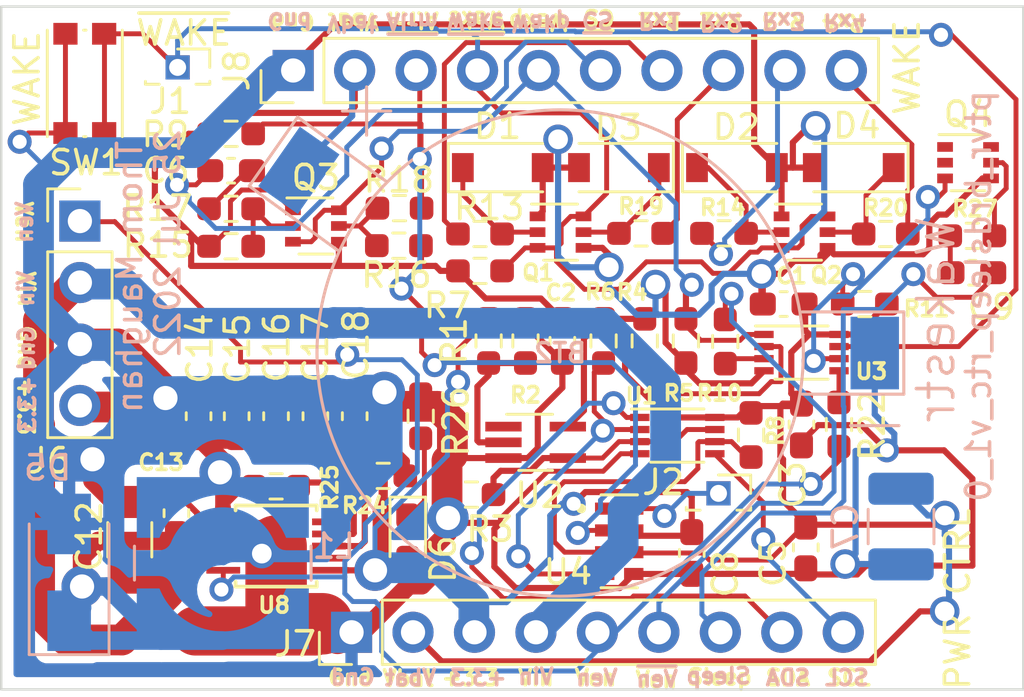
<source format=kicad_pcb>
(kicad_pcb (version 20211014) (generator pcbnew)
  (layers (0 "F.Cu" signal) (31 "B.Cu" signal) (34 "B.Paste" user) (35 "F.Paste" user) (36 "B.SilkS" user "B.Silkscreen") (37 "F.SilkS" user "F.Silkscreen") (38 "B.Mask" user) (39 "F.Mask" user) (44 "Edge.Cuts" user))
  (net 0 "")
  (net 1 "VCC")
  (net 2 "GND")
  (net 3 "+3V3")
  (net 4 "Net-(D1-Pad1)")
  (net 5 "Net-(D2-Pad1)")
  (net 6 "Net-(D3-Pad1)")
  (net 7 "Net-(D4-Pad1)")
  (net 8 "/~{BRD_WAKE}")
  (net 9 "Net-(Q3-Pad2)")
  (net 10 "Net-(Q3-Pad5)")
  (net 11 "Net-(R1-Pad1)")
  (net 12 "/+3V3_ON")
  (net 13 "Net-(R4-Pad1)")
  (net 14 "/VD2_I2C_SDA")
  (net 15 "/VD2_I2C_SCL")
  (net 16 "Net-(R10-Pad2)")
  (net 17 "/~{SLEEP}")
  (net 18 "/~{SPI_CS}")
  (net 19 "/RX1_232")
  (net 20 "/RX3_232")
  (net 21 "/RX2_232")
  (net 22 "/RX4_232")
  (net 23 "/BRD_WAKE_P")
  (net 24 "Net-(C6-Pad2)")
  (net 25 "/CLK_OUT")
  (net 26 "/~{RTC_ALARM}")
  (net 27 "/~{VREG_EN}")
  (net 28 "/VREG_EN")
  (net 29 "Net-(Q4-Pad5)")
  (net 30 "/EVENT_CNT")
  (net 31 "/VIN")
  (net 32 "Net-(C13-Pad1)")
  (net 33 "Net-(C13-Pad2)")
  (net 34 "Net-(R24-Pad2)")
  (net 37 "Net-(D6-Pad1)")
  (net 38 "/PWR GOOD")
  (net 39 "/I2C_SDA")
  (net 40 "/I2C_SCL")
  (net 41 "Net-(C9-Pad2)")
  (net 42 "/PROC_SLEEP")
  (net 43 "Net-(R22-Pad2)")
  (footprint "Resistor_SMD:R_0603_1608Metric_Pad0.98x0.95mm_HandSolder" (layer "F.Cu") (at 85.6996 107.569)
    (fp_text reference "R17")
    (fp_text value "10K")
  )
  (footprint "Capacitor_SMD:C_0603_1608Metric_Pad1.08x0.95mm_HandSolder" (layer "F.Cu") (at 89.1826 116.1409 90)
    (fp_text reference "C17")
    (fp_text value "10uF")
  )
  (footprint "Capacitor_SMD:C_0603_1608Metric_Pad1.08x0.95mm_HandSolder" (layer "F.Cu") (at 83.44 120.15 -90)
    (fp_text reference "C13")
    (fp_text value "0.47uF")
  )
  (footprint "Capacitor_SMD:C_0603_1608Metric_Pad1.08x0.95mm_HandSolder" (layer "F.Cu") (at 104.7367 121.7928 -90)
    (fp_text reference "C8")
    (fp_text value "100nF")
  )
  (footprint "Capacitor_SMD:C_0603_1608Metric_Pad1.08x0.95mm_HandSolder" (layer "F.Cu") (at 109.2708 116.4844 -90)
    (fp_text reference "C3")
    (fp_text value "100nF")
  )
  (footprint "Resistor_SMD:R_0603_1608Metric_Pad0.98x0.95mm_HandSolder" (layer "F.Cu") (at 96.3422 113.03 90)
    (fp_text reference "R1")
    (fp_text value "100K")
  )
  (footprint "Resistor_SMD:R_0603_1608Metric_Pad0.98x0.95mm_HandSolder" (layer "F.Cu") (at 116.332 108.6866)
    (fp_text reference "R27")
    (fp_text value "10K")
  )
  (footprint "Connector_PinHeader_2.54mm:PinHeader_1x09_P2.54mm_Vertical" (layer "F.Cu") (at 90.678 125.0696 90)
    (fp_text reference "J7")
    (fp_text value "PWR CTRL")
  )
  (footprint "Capacitor_SMD:C_0603_1608Metric_Pad1.08x0.95mm_HandSolder" (layer "F.Cu") (at 85.6996 105.9942)
    (fp_text reference "C6")
    (fp_text value "100nF")
  )
  (footprint "Capacitor_SMD:C_0603_1608Metric_Pad1.08x0.95mm_HandSolder" (layer "F.Cu") (at 109.4486 121.5644 -90)
    (fp_text reference "C5")
    (fp_text value "100nF")
  )
  (footprint "Connector_PinHeader_2.54mm:PinHeader_1x04_P2.54mm_Vertical" (layer "F.Cu") (at 79.4512 108.077)
    (fp_text reference "J6")
    (fp_text value "iVREG")
  )
  (footprint "Diode_SMD:D_SOD-123" (layer "F.Cu") (at 111.4298 105.8672 180)
    (fp_text reference "D4")
    (fp_text value "BAT43W-V")
  )
  (footprint "Connector_PinHeader_2.54mm:PinHeader_1x10_P2.54mm_Vertical" (layer "F.Cu") (at 88.265 101.854 90)
    (fp_text reference "J8")
    (fp_text value "WAKE")
  )
  (footprint "Package_TO_SOT_SMD:SOT-363_SC-70-6" (layer "F.Cu") (at 116.1542 105.664)
    (fp_text reference "Q4")
    (fp_text value "BC846BS")
  )
  (footprint "Capacitor_SMD:C_0603_1608Metric_Pad1.08x0.95mm_HandSolder" (layer "F.Cu") (at 87.557 116.1409 90)
    (fp_text reference "C16")
    (fp_text value "10uF")
  )
  (footprint "Capacitor_SMD:C_1206_3216Metric_Pad1.33x1.80mm_HandSolder" (layer "F.Cu") (at 81.5134 121.2471 90)
    (fp_text reference "C12")
    (fp_text value "10uF 50v")
  )
  (footprint "Package_SO:VSSOP-8_2.3x2mm_P0.5mm" (layer "F.Cu") (at 109.2708 113.5126)
    (fp_text reference "U3")
    (fp_text value "74AUP1G74")
  )
  (footprint "Resistor_SMD:R_0603_1608Metric_Pad0.98x0.95mm_HandSolder" (layer "F.Cu") (at 87.56 119.04)
    (fp_text reference "R25")
    (fp_text value "100K")
  )
  (footprint "Connector_PinSocket_1.27mm:PinSocket_1x01_P1.27mm_Vertical" (layer "F.Cu") (at 83.4898 101.727)
    (fp_text reference "J1")
    (fp_text value "~{WAKE}")
  )
  (footprint "Resistor_SMD:R_0603_1608Metric_Pad0.98x0.95mm_HandSolder" (layer "F.Cu") (at 95.9866 108.6104)
    (fp_text reference "R13")
    (fp_text value "100K")
  )
  (footprint "Button_Switch_SMD:SW_Push_1P1T_NO_CK_KMR2" (layer "F.Cu") (at 79.6544 102.3874 -90)
    (fp_text reference "SW1")
    (fp_text value "WAKE")
  )
  (footprint "Resistor_SMD:R_0603_1608Metric_Pad0.98x0.95mm_HandSolder" (layer "F.Cu") (at 107.188 116.9162 90)
    (fp_text reference "R8")
    (fp_text value "100K")
  )
  (footprint "Connector_PinSocket_1.27mm:PinSocket_1x01_P1.27mm_Vertical" (layer "F.Cu") (at 105.8418 119.3292)
    (fp_text reference "J2")
    (fp_text value "EVNT")
  )
  (footprint "Resistor_SMD:R_0603_1608Metric_Pad0.98x0.95mm_HandSolder" (layer "F.Cu") (at 104.4956 113.03 90)
    (fp_text reference "R5")
    (fp_text value "100K")
  )
  (footprint "ProjectFootprints:IC_RV-3028-C7" (layer "F.Cu") (at 101.7395 121.3102)
    (fp_text reference "U4")
    (fp_text value "RTC-RV-3028-C7")
  )
  (footprint "Resistor_SMD:R_0603_1608Metric_Pad0.98x0.95mm_HandSolder" (layer "F.Cu") (at 85.6996 104.4702 180)
    (fp_text reference "R9")
    (fp_text value "100K NS")
  )
  (footprint "Resistor_SMD:R_0603_1608Metric_Pad0.98x0.95mm_HandSolder" (layer "F.Cu") (at 101.092 113.03 90)
    (fp_text reference "R6")
    (fp_text value "100K")
  )
  (footprint "Resistor_SMD:R_0603_1608Metric_Pad0.98x0.95mm_HandSolder" (layer "F.Cu") (at 102.7938 113.03 90)
    (fp_text reference "R4")
    (fp_text value "100K")
  )
  (footprint "Resistor_SMD:R_0603_1608Metric_Pad0.98x0.95mm_HandSolder" (layer "F.Cu") (at 85.6996 109.1184)
    (fp_text reference "R15")
    (fp_text value "100K")
  )
  (footprint "LED_SMD:LED_0603_1608Metric_Pad1.05x0.95mm_HandSolder" (layer "F.Cu") (at 93.0019 121.1455 -90)
    (fp_text reference "D6")
    (fp_text value "GREEN")
  )
  (footprint "Capacitor_SMD:C_0603_1608Metric_Pad1.08x0.95mm_HandSolder" (layer "F.Cu") (at 85.9314 116.1409 90)
    (fp_text reference "C15")
    (fp_text value "10uF")
  )
  (footprint "ProjectFootprints:MSOP-10_MSE" (layer "F.Cu") (at 87.5609 121.5073)
    (fp_text reference "U8")
    (fp_text value "LT3991EMS-3.3")
  )
  (footprint "Capacitor_SMD:C_0603_1608Metric_Pad1.08x0.95mm_HandSolder" (layer "F.Cu") (at 99.3902 113.03 -90)
    (fp_text reference "C2")
    (fp_text value "100nF")
  )
  (footprint "Package_TO_SOT_SMD:SOT-363_SC-70-6" (layer "F.Cu") (at 89.2048 108.2802)
    (fp_text reference "Q3")
    (fp_text value "BC856BS")
  )
  (footprint "Resistor_SMD:R_0603_1608Metric_Pad0.98x0.95mm_HandSolder" (layer "F.Cu") (at 106.0704 108.585)
    (fp_text reference "R14")
    (fp_text value "100K")
  )
  (footprint "Package_TO_SOT_SMD:SOT-353_SC-70-5_Handsoldering" (layer "F.Cu") (at 98.2851 117.2208)
    (fp_text reference "U2")
    (fp_text value "74AUP1G17")
  )
  (footprint "Capacitor_SMD:C_0603_1608Metric_Pad1.08x0.95mm_HandSolder" (layer "F.Cu") (at 90.8082 116.1409 90)
    (fp_text reference "C18")
    (fp_text value "10uF")
  )
  (footprint "Resistor_SMD:R_0603_1608Metric_Pad0.98x0.95mm_HandSolder" (layer "F.Cu") (at 112.7506 108.6104 180)
    (fp_text reference "R20")
    (fp_text value "100K")
  )
  (footprint "Resistor_SMD:R_0603_1608Metric_Pad0.98x0.95mm_HandSolder" (layer "F.Cu") (at 92.6338 109.093 180)
    (fp_text reference "R16")
    (fp_text value "100K")
  )
  (footprint "Diode_SMD:D_SOD-123" (layer "F.Cu") (at 96.9264 105.8672)
    (fp_text reference "D1")
    (fp_text value "BAT43W-V")
  )
  (footprint "Resistor_SMD:R_0603_1608Metric_Pad0.98x0.95mm_HandSolder" (layer "F.Cu") (at 106.1212 113.0554 -90)
    (fp_text reference "R10")
    (fp_text value "10K")
  )
  (footprint "Package_TO_SOT_SMD:SOT-363_SC-70-6" (layer "F.Cu") (at 99.314 108.5342)
    (fp_text reference "Q1")
    (fp_text value "BC846BS")
  )
  (footprint "Resistor_SMD:R_0603_1608Metric_Pad0.98x0.95mm_HandSolder" (layer "F.Cu") (at 110.8202 116.4844 90)
    (fp_text reference "R22")
    (fp_text value "10K")
  )
  (footprint "Resistor_SMD:R_0603_1608Metric_Pad0.98x0.95mm_HandSolder" (layer "F.Cu") (at 111.887 111.506)
    (fp_text reference "R11")
    (fp_text value "100K")
  )
  (footprint "Diode_SMD:D_SOD-123" (layer "F.Cu") (at 106.6038 105.8672)
    (fp_text reference "D2")
    (fp_text value "BAT43W-V")
  )
  (footprint "Capacitor_SMD:C_0603_1608Metric_Pad1.08x0.95mm_HandSolder" (layer "F.Cu") (at 116.332 110.2106 180)
    (fp_text reference "C9")
    (fp_text value "100nF")
  )
  (footprint "Capacitor_SMD:C_0603_1608Metric_Pad1.08x0.95mm_HandSolder" (layer "F.Cu") (at 108.5342 111.506 180)
    (fp_text reference "C1")
    (fp_text value "100nF")
  )
  (footprint "Resistor_SMD:R_0603_1608Metric_Pad0.98x0.95mm_HandSolder" (layer "F.Cu") (at 95.631 119.38)
    (fp_text reference "R3")
    (fp_text value "1M")
  )
  (footprint "Resistor_SMD:R_0603_1608Metric_Pad0.98x0.95mm_HandSolder" (layer "F.Cu") (at 97.8662 113.03 -90)
    (fp_text reference "R2")
    (fp_text value "1M")
  )
  (footprint "Resistor_SMD:R_0603_1608Metric_Pad0.98x0.95mm_HandSolder" (layer "F.Cu") (at 95.9866 110.1344 180)
    (fp_text reference "R7")
    (fp_text value "100K")
  )
  (footprint "Resistor_SMD:R_0603_1608Metric_Pad0.98x0.95mm_HandSolder" (layer "F.Cu") (at 92.6592 107.5436 180)
    (fp_text reference "R18")
    (fp_text value "10K")
  )
  (footprint "Resistor_SMD:R_0603_1608Metric_Pad0.98x0.95mm_HandSolder" (layer "F.Cu") (at 93.5353 116.1417 -90)
    (fp_text reference "R26")
    (fp_text value "10K")
  )
  (footprint "Resistor_SMD:R_0603_1608Metric_Pad0.98x0.95mm_HandSolder" (layer "F.Cu") (at 91.9859 118.6055 180)
    (fp_text reference "R24")
    (fp_text value "118K")
  )
  (footprint "Package_TO_SOT_SMD:SOT-363_SC-70-6" (layer "F.Cu") (at 109.3978 108.5342)
    (fp_text reference "Q2")
    (fp_text value "BC846BS")
  )
  (footprint "Package_SO:VSSOP-8_2.3x2mm_P0.5mm" (layer "F.Cu") (at 104.14 116.9416)
    (fp_text reference "U1")
    (fp_text value "NL7WB66USG")
  )
  (footprint "Diode_SMD:D_SOD-123" (layer "F.Cu") (at 101.727 105.8672 180)
    (fp_text reference "D3")
    (fp_text value "BAT43W-V")
  )
  (footprint "Resistor_SMD:R_0603_1608Metric_Pad0.98x0.95mm_HandSolder" (layer "F.Cu") (at 102.6414 108.585 180)
    (fp_text reference "R19")
    (fp_text value "100K")
  )
  (footprint "Capacitor_SMD:C_0603_1608Metric_Pad1.08x0.95mm_HandSolder" (layer "F.Cu") (at 84.3566 116.1409 90)
    (fp_text reference "C14")
    (fp_text value "10uF")
  )
  (footprint "Capacitor_SMD:C_1210_3225Metric_Pad1.33x2.70mm_HandSolder" (layer "B.Cu") (at 113.3856 120.7008 -90)
    (fp_text reference "C7")
    (fp_text value "11mF CPH3225A")
  )
  (footprint "ProjectFootprints:IND_MSS7341-563MLD" (layer "B.Cu") (at 85.356497 122.212303 180)
    (fp_text reference "L1")
    (fp_text value "MSS7341-123MLD")
  )
  (footprint "ProjectFootprints:ML2020_F1AN" (layer "B.Cu") (at 99.299395 113.530405)
    (fp_text reference "BT2")
    (fp_text value "ML2020_F1AN")
  )
  (footprint "Diode_SMD:D_SMA" (layer "B.Cu") (at 79.0065 122.5933 90)
    (fp_text reference "D5")
    (fp_text value "B120-E3")
  )
  (gr_rect (start 76.2 127.4318) (end 118.4402 99.2124) (layer "Edge.Cuts") (width 0.1) (fill none))
  (gr_text "Gnd" (at 88.1126 99.7966 180) (layer "B.SilkS") (effects (font (size 0.64 0.64)) (justify mirror)))
  (gr_text "Ven" (at 77.1652 108.1278 90) (layer "B.SilkS") (effects (font (size 0.64 0.64)) (justify mirror)))
  (gr_text "ptvr_brdsleep_rtc_v1_0" (at 116.586 111.1758 90) (layer "B.SilkS") (effects (font (size 1 1)) (justify mirror)))
  (gr_text "SCL" (at 111.1504 126.9492) (layer "B.SilkS") (effects (font (size 0.64 0.64)) (justify mirror)))
  (gr_text "Thom Maughan" (at 81.5086 110.3884 90) (layer "B.SilkS") (effects (font (size 1 1)) (justify mirror)))
  (gr_text "Gnd" (at 77.2414 113.3348 90) (layer "B.SilkS") (effects (font (size 0.64 0.64)) (justify mirror)))
  (gr_text "Gnd" (at 90.7288 126.9238) (layer "B.SilkS") (effects (font (size 0.64 0.64)) (justify mirror)))
  (gr_text "Rx2" (at 105.9688 99.8728 180) (layer "B.SilkS") (effects (font (size 0.64 0.64)) (justify mirror)))
  (gr_text "~{CS}" (at 100.838 99.7712 180) (layer "B.SilkS") (effects (font (size 0.64 0.64)) (justify mirror)))
  (gr_text "Rx4" (at 111.0742 99.8474 180) (layer "B.SilkS") (effects (font (size 0.64 0.64)) (justify mirror)))
  (gr_text "Sleep" (at 105.8418 126.873) (layer "B.SilkS") (effects (font (size 0.64 0.64)) (justify mirror)))
  (gr_text "Ven" (at 100.8126 126.9492) (layer "B.SilkS") (effects (font (size 0.64 0.64)) (justify mirror)))
  (gr_text "~{Ven}" (at 103.3018 127) (layer "B.SilkS") (effects (font (size 0.64 0.64)) (justify mirror)))
  (gr_text "Rx1" (at 103.4288 99.7966 180) (layer "B.SilkS") (effects (font (size 0.64 0.64)) (justify mirror)))
  (gr_text "Vbat" (at 90.7034 99.9236 180) (layer "B.SilkS") (effects (font (size 0.64 0.64)) (justify mirror)))
  (gr_text "Wakestr" (at 114.8334 112.141 90) (layer "B.SilkS") (effects (font (size 1.5 1.5)) (justify mirror)))
  (gr_text "~{Wake}" (at 95.8088 99.822 180) (layer "B.SilkS") (effects (font (size 0.64 0.64)) (justify mirror)))
  (gr_text "25 Jul 2022" (at 83.0834 109.0168 90) (layer "B.SilkS") (effects (font (size 1 1)) (justify mirror)))
  (gr_text "Vbat" (at 93.1164 126.9492) (layer "B.SilkS") (effects (font (size 0.64 0.64)) (justify mirror)))
  (gr_text "~{Alrm}" (at 93.1926 99.822 180) (layer "B.SilkS") (effects (font (size 0.64 0.64)) (justify mirror)))
  (gr_text "+3.3" (at 77.2922 115.6462 90) (layer "B.SilkS") (effects (font (size 0.64 0.64)) (justify mirror)))
  (gr_text "Wakp" (at 98.5012 99.8982 180) (layer "B.SilkS") (effects (font (size 0.64 0.64)) (justify mirror)))
  (gr_text "SDA" (at 108.712 126.9492) (layer "B.SilkS") (effects (font (size 0.64 0.64)) (justify mirror)))
  (gr_text "Vin" (at 77.216 110.871 90) (layer "B.SilkS") (effects (font (size 0.64 0.64)) (justify mirror)))
  (gr_text "Rx3" (at 108.5342 99.7966 180) (layer "B.SilkS") (effects (font (size 0.64 0.64)) (justify mirror)))
  (gr_text "+3.3" (at 95.9104 126.9492) (layer "B.SilkS") (effects (font (size 0.64 0.64)) (justify mirror)))
  (gr_text "Vin" (at 98.298 126.8984) (layer "B.SilkS") (effects (font (size 0.64 0.64)) (justify mirror)))
  (gr_text "~{Ven}" (at 103.2764 127.0254) (layer "F.SilkS") (effects (font (size 0.64 0.64))))
  (gr_text "~{Wake}" (at 95.8342 99.7458 -180) (layer "F.SilkS") (effects (font (size 0.64 0.64))))
  (gr_text "~{CS}" (at 100.9142 99.6696 -180) (layer "F.SilkS") (effects (font (size 0.64 0.64))))
  (gr_text "SCL" (at 111.2266 126.9492) (layer "F.SilkS") (effects (font (size 0.64 0.64))))
  (gr_text "Ven" (at 100.7618 126.9492) (layer "F.SilkS") (effects (font (size 0.64 0.64))))
  (gr_text "+3.3" (at 77.216 115.7478 -90) (layer "F.SilkS") (effects (font (size 0.64 0.64))))
  (gr_text "Rx2" (at 105.918 99.7966 -180) (layer "F.SilkS") (effects (font (size 0.64 0.64))))
  (gr_text "Ven" (at 77.1398 108.1278 -90) (layer "F.SilkS") (effects (font (size 0.64 0.64))))
  (gr_text "Vbat" (at 93.0148 126.9746) (layer "F.SilkS") (effects (font (size 0.64 0.64))))
  (gr_text "Gnd" (at 88.2396 99.822 -180) (layer "F.SilkS") (effects (font (size 0.64 0.64))))
  (gr_text "Wakp" (at 98.3996 99.8474 -180) (layer "F.SilkS") (effects (font (size 0.64 0.64))))
  (gr_text "Rx4" (at 110.998 99.8728 -180) (layer "F.SilkS") (effects (font (size 0.64 0.64))))
  (gr_text "Gnd" (at 77.2414 113.3094 -90) (layer "F.SilkS") (effects (font (size 0.64 0.64))))
  (gr_text "Vbat" (at 90.7542 99.822 -180) (layer "F.SilkS") (effects (font (size 0.64 0.64))))
  (gr_text "SDA" (at 108.712 126.9492) (layer "F.SilkS") (effects (font (size 0.64 0.64))))
  (gr_text "Rx3" (at 108.5342 99.7966 -180) (layer "F.SilkS") (effects (font (size 0.64 0.64))))
  (gr_text "Vin" (at 77.2414 110.8964 -90) (layer "F.SilkS") (effects (font (size 0.64 0.64))))
  (gr_text "Rx1" (at 103.378 99.7966 -180) (layer "F.SilkS") (effects (font (size 0.64 0.64))))
  (gr_text "+3.3" (at 95.5802 126.9492) (layer "F.SilkS") (effects (font (size 0.64 0.64))))
  (gr_text "Gnd" (at 90.6272 126.9492) (layer "F.SilkS") (effects (font (size 0.64 0.64))))
  (gr_text "Sleep" (at 105.8926 126.9238) (layer "F.SilkS") (effects (font (size 0.64 0.64))))
  (gr_text "~{Alrm}" (at 93.1926 99.7712 -180) (layer "F.SilkS") (effects (font (size 0.64 0.64))))
  (gr_text "Vin" (at 98.298 126.9492) (layer "F.SilkS") (effects (font (size 0.64 0.64))))
  (segment (start 109.5259 120.6246) (end 109.4486 120.7019) (width 0.254) (layer "F.Cu") (net 1))
  (segment (start 105.466374 122.085751) (end 107.962049 122.085751) (width 0.2032) (layer "F.Cu") (net 1))
  (segment (start 115.1927 120.2436) (end 114.8117 120.6246) (width 0.254) (layer "F.Cu") (net 1))
  (segment (start 108.399373 115.7224) (end 109.1703 115.7224) (width 0.254) (layer "F.Cu") (net 1))
  (segment (start 109.4486 120.5738) (end 108.5088 119.634) (width 0.254) (layer "F.Cu") (net 1))
  (segment (start 84.05 108.6372) (end 83.7414 108.3286) (width 0.254) (layer "F.Cu") (net 1))
  (segment (start 107.188 115.80596) (end 107.10444 115.7224) (width 0.254) (layer "F.Cu") (net 1))
  (segment (start 90.81 103.3476) (end 90.551 103.6066) (width 0.254) (layer "F.Cu") (net 1))
  (segment (start 101.092 112.1175) (end 99.4402 112.1175) (width 0.254) (layer "F.Cu") (net 1))
  (segment (start 109.4221 111.5314) (end 109.4221 111.9367) (width 0.254) (layer "F.Cu") (net 1))
  (segment (start 88.2548 107.6302) (end 87.41748 106.79288) (width 0.2032) (layer "F.Cu") (net 1))
  (segment (start 105.69 116.1916) (end 106.63524 116.1916) (width 0.254) (layer "F.Cu") (net 1))
  (segment (start 108.5088 117.920044) (end 108.399373 117.810617) (width 0.254) (layer "F.Cu") (net 1))
  (segment (start 115.189 124.206) (end 114.173 124.206) (width 0.254) (layer "F.Cu") (net 1))
  (segment (start 99.6151 116.5708) (end 100.28042 115.90548) (width 0.254) (layer "F.Cu") (net 1))
  (segment (start 85.6742 108.331) (end 84.8868 109.1184) (width 0.2032) (layer "F.Cu") (net 1))
  (segment (start 111.5429 112.7626) (end 110.8208 112.7626) (width 0.254) (layer "F.Cu") (net 1))
  (segment (start 93.5463 109.093) (end 93.5463 109.9063) (width 0.254) (layer "F.Cu") (net 1))
  (segment (start 96.2171 111.2774) (end 95.0741 110.1344) (width 0.254) (layer "F.Cu") (net 1))
  (segment (start 109.4221 111.9367) (end 109.4221 112.5957) (width 0.254) (layer "F.Cu") (net 1))
  (segment (start 109.2708 115.6219) (end 108.850031 115.201131) (width 0.254) (layer "F.Cu") (net 1))
  (segment (start 109.4486 120.7019) (end 109.4486 120.5738) (width 0.254) (layer "F.Cu") (net 1))
  (segment (start 109.1703 115.7224) (end 109.2708 115.6219) (width 0.254) (layer "F.Cu") (net 1))
  (segment (start 109.4221 112.5957) (end 109.589 112.7626) (width 0.254) (layer "F.Cu") (net 1))
  (segment (start 102.3723 121.793) (end 105.173623 121.793) (width 0.2032) (layer "F.Cu") (net 1))
  (segment (start 94.394511 126.271511) (end 93.218 125.095) (width 0.254) (layer "F.Cu") (net 1))
  (segment (start 102.3395 121.7602) (end 102.3723 121.793) (width 0.2032) (layer "F.Cu") (net 1))
  (segment (start 99.4402 112.1175) (end 99.3902 112.1675) (width 0.254) (layer "F.Cu") (net 1))
  (segment (start 87.41748 106.79288) (end 86.138997 106.79288) (width 0.2032) (layer "F.Cu") (net 1))
  (segment (start 112.107489 126.271511) (end 94.394511 126.271511) (width 0.254) (layer "F.Cu") (net 1))
  (segment (start 101.092 112.1175) (end 101.981 113.0065) (width 0.254) (layer "F.Cu") (net 1))
  (segment (start 106.63524 116.1916) (end 107.10444 115.7224) (width 0.254) (layer "F.Cu") (net 1))
  (segment (start 112.7995 111.506) (end 111.5429 112.7626) (width 0.254) (layer "F.Cu") (net 1))
  (segment (start 83.7414 108.3286) (end 84.5312 109.1184) (width 0.254) (layer "F.Cu") (net 1))
  (segment (start 82.55 107.1372) (end 83.7414 108.3286) (width 0.254) (layer "F.Cu") (net 1))
  (segment (start 90.15 109.93) (end 84.05 109.93) (width 0.254) (layer "F.Cu") (net 1))
  (segment (start 101.092 112.1175) (end 102.7938 112.1175) (width 0.254) (layer "F.Cu") (net 1))
  (segment (start 84.7871 104.4702) (end 83.947 104.4702) (width 0.254) (layer "F.Cu") (net 1))
  (segment (start 94.3544 110.1344) (end 94.15 109.93) (width 0.254) (layer "F.Cu") (net 1))
  (segment (start 109.3967 111.506) (end 109.4221 111.5314) (width 0.254) (layer "F.Cu") (net 1))
  (segment (start 85.1662 103.6066) (end 84.7871 103.9857) (width 0.254) (layer "F.Cu") (net 1))
  (segment (start 100.28042 112.92908) (end 101.092 112.1175) (width 0.254) (layer "F.Cu") (net 1))
  (segment (start 84.5312 109.1184) (end 84.7871 109.1184) (width 0.254) (layer "F.Cu") (net 1))
  (segment (start 86.138997 106.79288) (end 85.6742 107.257677) (width 0.2032) (layer "F.Cu") (net 1))
  (segment (start 90.1548 109.9252) (end 90.15 109.93) (width 0.254) (layer "F.Cu") (net 1))
  (segment (start 90.81 101.859) (end 90.81 103.3476) (width 0.254) (layer "F.Cu") (net 1))
  (segment (start 114.8117 120.6246) (end 109.5259 120.6246) (width 0.254) (layer "F.Cu") (net 1))
  (segment (start 90.1548 108.9302) (end 90.1548 109.9252) (width 0.254) (layer "F.Cu") (net 1))
  (segment (start 108.499873 115.6219) (end 108.399373 115.7224) (width 0.254) (layer "F.Cu") (net 1))
  (segment (start 109.4221 111.4806) (end 109.4221 111.9367) (width 0.254) (layer "F.Cu") (net 1))
  (segment (start 107.962049 122.085751) (end 109.3459 120.7019) (width 0.2032) (layer "F.Cu") (net 1))
  (segment (start 108.399373 117.810617) (end 108.399373 115.7224) (width 0.254) (layer "F.Cu") (net 1))
  (segment (start 107.188 116.0037) (end 107.188 115.80596) (width 0.254) (layer "F.Cu") (net 1))
  (segment (start 83.947 104.4702) (end 82.55 105.8672) (width 0.254) (layer "F.Cu") (net 1))
  (segment (start 84.7871 103.9857) (end 84.7871 104.4702) (width 0.254) (layer "F.Cu") (net 1))
  (segment (start 109.3459 120.7019) (end 109.4486 120.7019) (width 0.2032) (layer "F.Cu") (net 1))
  (segment (start 99.3902 112.1675) (end 98.5001 111.2774) (width 0.254) (layer "F.Cu") (net 1))
  (segment (start 105.173623 121.793) (end 105.466374 122.085751) (width 0.2032) (layer "F.Cu") (net 1))
  (segment (start 100.28042 115.90548) (end 100.28042 112.92908) (width 0.254) (layer "F.Cu") (net 1))
  (segment (start 85.6742 107.257677) (end 85.6742 108.331) (width 0.2032) (layer "F.Cu") (net 1))
  (segment (start 114.173 124.206) (end 112.107489 126.271511) (width 0.254) (layer "F.Cu") (net 1))
  (segment (start 109.2708 115.6219) (end 108.499873 115.6219) (width 0.254) (layer "F.Cu") (net 1))
  (segment (start 103.757756 116.1916) (end 105.69 116.1916) (width 0.254) (layer "F.Cu") (net 1))
  (segment (start 108.850031 115.201131) (end 108.850031 113.501569) (width 0.254) (layer "F.Cu") (net 1))
  (segment (start 94.15 109.93) (end 93.57 109.93) (width 0.254) (layer "F.Cu") (net 1))
  (segment (start 107.10444 115.7224) (end 108.399373 115.7224) (width 0.254) (layer "F.Cu") (net 1))
  (segment (start 101.981 114.414844) (end 103.757756 116.1916) (width 0.254) (layer "F.Cu") (net 1))
  (segment (start 109.589 112.7626) (end 110.8208 112.7626) (width 0.254) (layer "F.Cu") (net 1))
  (segment (start 108.5088 119.634) (end 108.5088 117.920044) (width 0.254) (layer "F.Cu") (net 1))
  (segment (start 84.8868 109.1184) (end 84.7871 109.1184) (width 0.2032) (layer "F.Cu") (net 1))
  (segment (start 95.0741 110.1344) (end 94.3544 110.1344) (width 0.254) (layer "F.Cu") (net 1))
  (segment (start 101.981 113.0065) (end 101.981 114.414844) (width 0.254) (layer "F.Cu") (net 1))
  (segment (start 90.551 103.6066) (end 85.1662 103.6066) (width 0.254) (layer "F.Cu") (net 1))
  (segment (start 98.5001 111.2774) (end 96.2171 111.2774) (width 0.254) (layer "F.Cu") (net 1))
  (segment (start 108.850031 113.501569) (end 109.589 112.7626) (width 0.254) (layer "F.Cu") (net 1))
  (segment (start 93.57 109.93) (end 90.15 109.93) (width 0.254) (layer "F.Cu") (net 1))
  (segment (start 82.55 105.8672) (end 82.55 107.1372) (width 0.254) (layer "F.Cu") (net 1))
  (segment (start 93.5463 109.9063) (end 93.57 109.93) (width 0.254) (layer "F.Cu") (net 1))
  (segment (start 84.05 109.93) (end 84.05 108.6372) (width 0.254) (layer "F.Cu") (net 1))
  (via (at 115.1927 120.2436) (size 1.2192) (drill 0.8128) (layers "F.Cu" "B.Cu") (net 1))
  (via (at 115.189 124.206) (size 1.2192) (drill 0.8128) (layers "F.Cu" "B.Cu") (net 1))
  (segment (start 115.3668 121.2342) (end 115.1927 121.0601) (width 0.254) (layer "B.Cu") (net 1))
  (segment (start 90.7034 103.7336) (end 88.499395 105.937605) (width 0.254) (layer "B.Cu") (net 1))
  (segment (start 115.1927 121.0601) (end 115.1927 120.2436) (width 0.254) (layer "B.Cu") (net 1))
  (segment (start 115.189 124.206) (end 115.3668 124.0282) (width 0.254) (layer "B.Cu") (net 1))
  (segment (start 90.805 101.854) (end 90.7034 101.9556) (width 0.254) (layer "B.Cu") (net 1))
  (segment (start 115.1927 120.2436) (end 114.4909 120.2436) (width 0.254) (layer "B.Cu") (net 1))
  (segment (start 114.4909 120.2436) (end 113.3856 119.1383) (width 0.254) (layer "B.Cu") (net 1))
  (segment (start 88.499395 105.937605) (end 88.499395 105.980405) (width 0.254) (layer "B.Cu") (net 1))
  (segment (start 115.3668 124.0282) (end 115.3668 121.2342) (width 0.254) (layer "B.Cu") (net 1))
  (segment (start 90.7034 101.9556) (end 90.7034 103.7336) (width 0.254) (layer "B.Cu") (net 1))
  (segment (start 98.7806 118.4148) (end 101.077332 118.4148) (width 0.2032) (layer "F.Cu") (net 2))
  (segment (start 105.0544 114.7826) (end 107.2008 114.7826) (width 0.254) (layer "F.Cu") (net 2))
  (segment (start 96.58 120.798867) (end 96.58 122.36) (width 0.254) (layer "F.Cu") (net 2))
  (segment (start 83.0979 115.2784) (end 84.3566 115.2784) (width 0.762) (layer "F.Cu") (net 2))
  (segment (start 94.05742 121.56318) (end 94.6658 120.9548) (width 0.762) (layer "F.Cu") (net 2))
  (segment (start 85.9314 115.2784) (end 84.3566 115.2784) (width 0.508) (layer "F.Cu") (net 2))
  (segment (start 110.0557 109.4763) (end 110.0557 109.7255) (width 0.254) (layer "F.Cu") (net 2))
  (segment (start 108.4478 107.8842) (end 108.4478 106.0612) (width 0.254) (layer "F.Cu") (net 2))
  (segment (start 109.2189 122.6566) (end 109.4486 122.4269) (width 0.254) (layer "F.Cu") (net 2))
  (segment (start 109.4486 122.4269) (end 109.7024 122.6807) (width 0.254) (layer "F.Cu") (net 2))
  (segment (start 111.5712 122.6807) (end 111.9378 122.3141) (width 0.254) (layer "F.Cu") (net 2))
  (segment (start 96.9551 117.8708) (end 94.967375 117.8708) (width 0.254) (layer "F.Cu") (net 2))
  (segment (start 87.63405 124.71845) (end 89.47975 124.71845) (width 2.54) (layer "F.Cu") (net 2))
  (segment (start 115.1636 117.5512) (end 112.8014 117.5512) (width 0.254) (layer "F.Cu") (net 2))
  (segment (start 87.5609 124.6453) (end 87.63405 124.71845) (width 2.54) (layer "F.Cu") (net 2))
  (segment (start 98.5764 105.8672) (end 98.5764 107.6718) (width 0.254) (layer "F.Cu") (net 2))
  (segment (start 93.052674 123.12602) (end 93.578234 123.12602) (width 0.762) (layer "F.Cu") (net 2))
  (segment (start 82.9866 115.3897) (end 83.0979 115.2784) (width 0.762) (layer "F.Cu") (net 2))
  (segment (start 102.3395 122.6602) (end 104.7318 122.6602) (width 0.254) (layer "F.Cu") (net 2))
  (segment (start 107.6717 110.312831) (end 107.616445 110.257576) (width 0.254) (layer "F.Cu") (net 2))
  (segment (start 87.5609 121.5073) (end 87.5609 122.7996) (width 0.762) (layer "F.Cu") (net 2))
  (segment (start 110.3478 109.4334) (end 110.3478 109.1842) (width 0.254) (layer "F.Cu") (net 2))
  (segment (start 94.05742 122.646834) (end 94.05742 121.56318) (width 0.762) (layer "F.Cu") (net 2))
  (segment (start 116.332 118.7196) (end 115.1636 117.5512) (width 0.254) (layer "F.Cu") (net 2))
  (segment (start 97.4608 123.2408) (end 101.7589 123.2408) (width 0.254) (layer "F.Cu") (net 2))
  (segment (start 111.9378 122.3141) (end 116.332 122.3141) (width 0.254) (layer "F.Cu") (net 2))
  (segment (start 94.62382 117.969245) (end 94.84482 117.748245) (width 1.27) (layer "F.Cu") (net 2))
  (segment (start 97.9591 117.8708) (end 98.3742 117.4557) (width 0.254) (layer "F.Cu") (net 2))
  (segment (start 98.3742 117.4557) (end 98.3742 115.9764) (width 0.254) (layer "F.Cu") (net 2))
  (segment (start 109.7024 122.6807) (end 111.5712 122.6807) (width 0.254) (layer "F.Cu") (net 2))
  (segment (start 103.654091 113.100991) (end 103.654091 110.844091) (width 0.254) (layer "F.Cu") (net 2))
  (segment (start 108.2538 105.8672) (end 107.315 104.9284) (width 0.254) (layer "F.Cu") (net 2))
  (segment (start 101.307356 109.4486) (end 101.042956 109.1842) (width 0.254) (layer "F.Cu") (net 2))
  (segment (start 91.083694 125.095) (end 93.052674 123.12602) (width 0.762) (layer "F.Cu") (net 2))
  (segment (start 109.601 104.14) (end 108.9152 104.8258) (width 0.254) (layer "F.Cu") (net 2))
  (segment (start 87.5609 121.5073) (end 87.5609 120.6571) (width 0.2032) (layer "F.Cu") (net 2))
  (segment (start 87.2807 121.5073) (end 87.5609 121.5073) (width 0.2032) (layer "F.Cu") (net 2))
  (segment (start 77.325 104.4374) (end 76.962 104.8004) (width 0.2032) (layer "F.Cu") (net 2))
  (segment (start 110.6122 109.4486) (end 110.3478 109.1842) (width 0.254) (layer "F.Cu") (net 2))
  (segment (start 103.654091 110.844091) (end 103.51 110.7) (width 0.254) (layer "F.Cu") (net 2))
  (segment (start 79.9717 117.9197) (end 79.9717 118.8087) (width 0.762) (layer "F.Cu") (net 2))
  (segment (start 114.554 109.1946) (end 114.3 109.4486) (width 0.254) (layer "F.Cu") (net 2))
  (segment (start 87.5609 121.5073) (end 87.5609 124.6453) (width 2.54) (layer "F.Cu") (net 2))
  (segment (start 81.0256 113.157) (end 82.9866 115.118) (width 1.27) (layer "F.Cu") (net 2))
  (segment (start 114.3 109.4486) (end 110.6122 109.4486) (width 0.254) (layer "F.Cu") (net 2))
  (segment (start 104.738 122.6566) (end 109.2189 122.6566) (width 0.254) (layer "F.Cu") (net 2))
  (segment (start 79.4512 113.157) (end 81.0256 113.157) (width 1.27) (layer "F.Cu") (net 2))
  (segment (start 92.3669 115.4813) (end 92.0367 115.1511) (width 0.381) (layer "F.Cu") (net 2))
  (segment (start 116.332 122.3141) (end 116.332 118.7196) (width 0.254) (layer "F.Cu") (net 2))
  (segment (start 82.9866 115.118) (end 82.9866 115.3897) (width 1.27) (layer "F.Cu") (net 2))
  (segment (start 114.554 108.183619) (end 114.554 109.1946) (width 0.254) (layer "F.Cu") (net 2))
  (segment (start 111.0742 122.2502) (end 111.8739 122.2502) (width 0.254) (layer "F.Cu") (net 2))
  (segment (start 107.6717 111.506) (end 107.6717 110.312831) (width 0.254) (layer "F.Cu") (net 2))
  (segment (start 117.1042 106.314) (end 116.751442 106.314) (width 0.254) (layer "F.Cu") (net 2))
  (segment (start 104.4956 113.9425) (end 103.654091 113.100991) (width 0.254) (layer "F.Cu") (net 2))
  (segment (start 108.9152 105.8672) (end 108.2538 105.8672) (width 0.254) (layer "F.Cu") (net 2))
  (segment (start 107.616445 110.257576) (end 108.436424 110.257576) (width 0.254) (layer "F.Cu") (net 2))
  (segment (start 107.1118 99.949) (end 89.9922 99.949) (width 0.254) (layer "F.Cu") (net 2))
  (segment (start 92.3669 117.4625) (end 92.3669 115.4813) (width 0.635) (layer "F.Cu") (net 2))
  (segment (start 115.342721 107.722721) (end 115.256562 107.80888) (width 0.254) (layer "F.Cu") (net 2))
  (segment (start 99.3902 114.9604) (end 99.3902 113.8925) (width 0.254) (layer "F.Cu") (net 2))
  (segment (start 111.76 116.5098) (end 112.8014 117.5512) (width 0.254) (layer "F.Cu") (net 2))
  (segment (start 91.9094 115.2784) (end 84.3566 115.2784) (width 0.762) (layer "F.Cu") (net 2))
  (segment (start 101.042956 109.1842) (end 100.264 109.1842) (width 0.254) (layer "F.Cu") (net 2))
  (segment (start 104.4956 113.9425) (end 104.4956 114.2238) (width 0.254) (layer "F.Cu") (net 2))
  (segment (start 109.855 104.14) (end 109.601 104.14) (width 0.254) (layer "F.Cu") (net 2))
  (segment (start 114.928739 107.80888) (end 114.554 108.183619) (width 0.254) (layer "F.Cu") (net 2))
  (segment (start 98.5764 107.6718) (end 98.364 107.8842) (width 0.254) (layer "F.Cu") (net 2))
  (segment (start 107.616445 110.257576) (end 107.616445 111.399945) (width 0.254) (layer "F.Cu") (net 2))
  (segment (start 99.2124 105.8672) (end 99.2124 104.6988) (width 0.254) (layer "F.Cu") (net 2))
  (segment (start 99.2124 105.8672) (end 100.077 105.8672) (width 0.254) (layer "F.Cu") (net 2))
  (segment (start 115.256562 107.80888) (end 114.928739 107.80888) (width 0.254) (layer "F.Cu") (net 2))
  (segment (start 94.6658 120.3452) (end 94.62382 120.30322) (width 1.27) (layer "F.Cu") (net 2))
  (segment (start 108.436424 110.257576) (end 108.9685 109.7255) (width 0.254) (layer "F.Cu") (net 2))
  (segment (start 103.51 110.7) (end 103.24 110.7) (width 0.254) (layer "F.Cu") (net 2))
  (segment (start 116.751442 106.314) (end 115.342721 107.722721) (width 0.254) (layer "F.Cu") (net 2))
  (segment (start 109.7798 105.8672) (end 108.9152 105.8672) (width 0.254) (layer "F.Cu") (net 2))
  (segment (start 108.9152 104.8258) (end 108.9152 105.8672) (width 0.254) (layer "F.Cu") (net 2))
  (segment (start 97.8662 112.3685) (end 97.8662 112.1175) (width 0.254) (layer "F.Cu") (net 2))
  (segment (start 101.800532 117.6916) (end 102.59 117.6916) (width 0.2032) (layer "F.Cu") (net 2))
  (segment (start 94.869695 120.549095) (end 94.6658 120.3452) (width 0.254) (layer "F.Cu") (net 2))
  (segment (start 89.182889 125.015311) (end 84.229889 125.015311) (width 2.032) (layer "F.Cu") (net 2))
  (segment (start 98.5764 105.8672) (end 99.2124 105.8672) (width 0.254) (layer "F.Cu") (net 2))
  (segment (start 101.7589 123.2408) (end 102.3395 122.6602) (width 0.254) (layer "F.Cu") (net 2))
  (segment (start 96.58 122.36) (end 97.4608 123.2408) (width 0.254) (layer "F.Cu") (net 2))
  (segment (start 93.578234 123.12602) (end 94.05742 122.646834) (width 0.762) (layer "F.Cu") (net 2))
  (segment (start 104.4956 114.2238) (end 105.0544 114.7826) (width 0.254) (layer "F.Cu") (net 2))
  (segment (start 108.9685 109.7255) (end 110.0557 109.7255) (width 0.254) (layer "F.Cu") (net 2))
  (segment (start 109.9566 116.5098) (end 111.76 116.5098) (width 0.254) (layer "F.Cu") (net 2))
  (segment (start 92.0367 115.1511) (end 91.9094 115.2784) (width 0.762) (layer "F.Cu") (net 2))
  (segment (start 92.898395 117.993995) (end 92.3669 117.4625) (width 0.381) (layer "F.Cu") (net 2))
  (segment (start 104.7367 122.6553) (end 104.738 122.6566) (width 0.254) (layer "F.Cu") (net 2))
  (segment (start 96.829772 120.549095) (end 94.869695 120.549095) (width 0.254) (layer "F.Cu") (net 2))
  (segment (start 96.829772 120.365628) (end 98.7806 118.4148) (width 0.2032) (layer "F.Cu") (net 2))
  (segment (start 80.8476 119.6846) (end 81.5134 119.6846) (width 0.762) (layer "F.Cu") (net 2))
  (segment (start 90.678 125.095) (end 91.083694 125.095) (width 0.762) (layer "F.Cu") (net 2))
  (segment (start 89.1826 115.2784) (end 90.8082 115.2784) (width 0.508) (layer "F.Cu") (net 2))
  (segment (start 94.6658 120.9548) (end 94.6658 120.3452) (width 0.762) (layer "F.Cu") (net 2))
  (segment (start 92.0367 115.1511) (end 92.61778 115.73218) (width 1.27) (layer "F.Cu") (net 2))
  (segment (start 110.0557 109.7255) (end 110.3478 109.4334) (width 0.254) (layer "F.Cu") (net 2))
  (segment (start 87.557 115.2784) (end 89.1826 115.2784) (width 0.508) (layer "F.Cu") (net 2))
  (segment (start 104.7318 122.6602) (end 104.7367 122.6553) (width 0.254) (layer "F.Cu") (net 2))
  (segment (start 86.9696 121.8184) (end 87.2807 121.5073) (width 0.2032) (layer "F.Cu") (net 2))
  (segment (start 90.0978 125.3365) (end 89.47975 124.71845) (width 1.27) (layer "F.Cu") (net 2))
  (segment (start 96.9551 117.8708) (end 97.9591 117.8708) (width 0.254) (layer "F.Cu") (net 2))
  (segment (start 107.315 104.9284) (end 107.315 100.1522) (width 0.254) (layer "F.Cu") (net 2))
  (segment (start 101.077332 118.4148) (end 101.800532 117.6916) (width 0.2032) (layer "F.Cu") (net 2))
  (segment (start 92.61778 115.73218) (end 94.216845 115.73218) (width 1.27) (layer "F.Cu") (net 2))
  (segment (start 88.265 101.6762) (end 88.265 101.854) (width 0.254) (layer "F.Cu") (net 2))
  (segment (start 85.9314 115.2784) (end 87.557 115.2784) (width 0.508) (layer "F.Cu") (net 2))
  (segment (start 92.898395 118.6055) (end 92.898395 117.993995) (width 0.381) (layer "F.Cu") (net 2))
  (segment (start 94.216845 115.73218) (end 94.84482 116.360155) (width 1.27) (layer "F.Cu") (net 2))
  (segment (start 111.8739 122.2502) (end 111.9378 122.3141) (width 0.254) (layer "F.Cu") (net 2))
  (segment (start 94.84482 116.360155) (end 94.84482 117.748245) (width 1.27) (layer "F.Cu") (net 2))
  (segment (start 115.342721 107.722721) (end 115.253821 107.811621) (width 0.2032) (layer "F.Cu") (net 2))
  (segment (start 101.31 109.9857) (end 101.307356 109.983056) (width 0.254) (layer "F.Cu") (net 2))
  (segment (start 107.616445 111.399945) (end 107.6971 111.4806) (width 0.254) (layer "F.Cu") (net 2))
  (segment (start 98.3742 115.9764) (end 99.3902 114.9604) (width 0.254) (layer "F.Cu") (net 2))
  (segment (start 108.4478 106.0612) (end 108.2538 105.8672) (width 0.254) (layer "F.Cu") (net 2))
  (segment (start 94.967375 117.8708) (end 94.84482 117.748245) (width 0.254) (layer "F.Cu") (net 2))
  (segment (start 101.307356 109.983056) (end 101.307356 109.4486) (width 0.254) (layer "F.Cu") (net 2))
  (segment (start 79.9717 118.8087) (end 80.8476 119.6846) (width 0.762) (layer "F.Cu") (net 2))
  (segment (start 87.5609 122.7996) (end 89.8938 125.1325) (width 0.762) (layer "F.Cu") (net 2))
  (segment (start 110.3478 109.1842) (end 110.0557 109.4763) (width 0.254) (layer "F.Cu") (net 2))
  (segment (start 89.9922 99.949) (end 88.265 101.6762) (width 0.254) (layer "F.Cu") (net 2))
  (segment (start 78.8544 100.3374) (end 78.8544 104.4374) (width 0.2032) (layer "F.Cu") (net 2))
  (segment (start 94.62382 120.30322) (end 94.62382 117.969245) (width 1.27) (layer "F.Cu") (net 2))
  (segment (start 96.829772 120.549095) (end 96.829772 120.365628) (width 0.2032) (layer "F.Cu") (net 2))
  (segment (start 107.315 100.1522) (end 107.1118 99.949) (width 0.254) (layer "F.Cu") (net 2))
  (segment (start 89.47975 124.71845) (end 89.182889 125.015311) (width 2.032) (layer "F.Cu") (net 2))
  (segment (start 109.2708 117.1956) (end 109.9566 116.5098) (width 0.254) (layer "F.Cu") (net 2))
  (segment (start 99.3902 113.8925) (end 97.8662 112.3685) (width 0.254) (layer "F.Cu") (net 2))
  (segment (start 96.829772 120.549095) (end 96.58 120.798867) (width 0.254) (layer "F.Cu") (net 2))
  (segment (start 109.2708 117.3469) (end 109.2708 117.1956) (width 0.254) (layer "F.Cu") (net 2))
  (segment (start 78.8544 104.4374) (end 77.325 104.4374) (width 0.2032) (layer "F.Cu") (net 2))
  (segment (start 107.2008 114.7826) (end 107.7208 114.2626) (width 0.254) (layer "F.Cu") (net 2))
  (via (at 107.616445 110.257576) (size 1.2192) (drill 0.8128) (layers "F.Cu" "B.Cu") (net 2))
  (via (at 76.962 104.8004) (size 0.9906) (drill 0.5842) (layers "F.Cu" "B.Cu") (net 2))
  (via (at 103.24 110.7) (size 1.2192) (drill 0.8128) (layers "F.Cu" "B.Cu") (net 2))
  (via (at 101.31 109.9857) (size 1.2192) (drill 0.8128) (layers "F.Cu" "B.Cu") (net 2))
  (via (at 92.0367 115.1511) (size 1.7) (drill 1) (layers "F.Cu" "B.Cu") (net 2))
  (via (at 112.8014 117.5512) (size 0.9906) (drill 0.5842) (layers "F.Cu" "B.Cu") (net 2))
  (via (at 82.9866 115.3897) (size 1.7) (drill 1) (layers "F.Cu" "B.Cu") (net 2))
  (via (at 86.9696 121.8184) (size 1.2192) (drill 0.8128) (layers "F.Cu" "B.Cu") (net 2))
  (via (at 79.9717 117.9197) (size 1.7) (drill 1) (layers "F.Cu" "B.Cu") (net 2))
  (via (at 111.0742 122.2502) (size 1.2192) (drill 0.8128) (layers "F.Cu" "B.Cu") (net 2))
  (via (at 99.2124 104.6988) (size 1.2192) (drill 0.8128) (layers "F.Cu" "B.Cu") (net 2))
  (via (at 109.855 104.14) (size 1.2192) (drill 0.8128) (layers "F.Cu" "B.Cu") (net 2))
  (via (at 94.6658 120.3452) (size 1.7) (drill 1) (layers "F.Cu" "B.Cu") (net 2))
  (segment (start 113.1062 117.5766) (end 113.1062 116.871617) (width 0.254) (layer "B.Cu") (net 2))
  (segment (start 88.265 101.854) (end 87.5538 101.854) (width 1.27) (layer "B.Cu") (net 2))
  (segment (start 79.9717 117.9197) (end 79.684189 118.207211) (width 0.762) (layer "B.Cu") (net 2))
  (segment (start 91.7981 115.3897) (end 82.9866 115.3897) (width 1.27) (layer "B.Cu") (net 2))
  (segment (start 81.6227 117.2847) (end 80.6067 117.2847) (width 1.27) (layer "B.Cu") (net 2))
  (segment (start 101.31 109.9857) (end 99.6733 109.9857) (width 0.254) (layer "B.Cu") (net 2))
  (segment (start 77.855389 106.456189) (end 77.741289 106.570289) (width 1.27) (layer "B.Cu") (net 2))
  (segment (start 105.558306 110.742805) (end 106.043535 110.257576) (width 0.254) (layer "B.Cu") (net 2))
  (segment (start 101.31 109.9857) (end 101.31 110.799946) (width 0.254) (layer "B.Cu") (net 2))
  (segment (start 112.8014 117.5512) (end 113.0808 117.5512) (width 0.254) (layer "B.Cu") (net 2))
  (segment (start 113.1062 116.871617) (end 112.299395 116.064812) (width 0.254) (layer "B.Cu") (net 2))
  (segment (start 79.4383 113.2207) (end 77.741289 114.917711) (width 1.27) (layer "B.Cu") (net 2))
  (segment (start 92.0367 115.1511) (end 91.7981 115.3897) (width 1.27) (layer "B.Cu") (net 2))
  (segment (start 99.6733 109.9857) (end 99.2124 109.5248) (width 0.254) (layer "B.Cu") (net 2))
  (segment (start 112.299395 116.064812) (end 112.299395 113.530405) (width 0.254) (layer "B.Cu") (net 2))
  (segment (start 79.5399 113.2207) (end 79.4383 113.2207) (width 1.27) (layer "B.Cu") (net 2))
  (segment (start 84.159211 105.248589) (end 79.062989 105.248589) (width 1.27) (layer "B.Cu") (net 2))
  (segment (start 77.741289 114.917711) (end 77.741289 119.328089) (width 1.27) (layer "B.Cu") (net 2))
  (segment (start 110.2106 104.4194) (end 110.1344 104.4194) (width 0.254) (layer "B.Cu") (net 2))
  (segment (start 82.9027 115.3897) (end 80.7337 113.2207) (width 1.27) (layer "B.Cu") (net 2))
  (segment (start 103.24 110.7) (end 103.24 111.84) (width 0.254) (layer "B.Cu") (net 2))
  (segment (start 77.741289 119.328089) (end 79.0065 120.5933) (width 1.27) (layer "B.Cu") (net 2))
  (segment (start 107.616445 110.257576) (end 110.2106 107.663421) (width 0.254) (layer "B.Cu") (net 2))
  (segment (start 79.684197 118.207203) (end 77.855397 118.207203) (width 1.27) (layer "B.Cu") (net 2))
  (segment (start 99.2124 109.5248) (end 99.2124 104.6988) (width 0.254) (layer "B.Cu") (net 2))
  (segment (start 77.741289 111.548689) (end 79.4133 113.2207) (width 1.27) (layer "B.Cu") (net 2))
  (segment (start 82.9866 115.3897) (end 82.9866 115.9208) (width 1.27) (layer "B.Cu") (net 2))
  (segment (start 102.456865 111.946811) (end 103.346811 111.946811) (width 0.254) (layer "B.Cu") (net 2))
  (segment (start 103.346811 111.946811) (end 105.033189 111.946811) (width 0.254) (layer "B.Cu") (net 2))
  (segment (start 103.24 111.84) (end 103.346811 111.946811) (width 0.254) (layer "B.Cu") (net 2))
  (segment (start 113.3725 122.2502) (end 113.3856 122.2633) (width 0.254) (layer "B.Cu") (net 2))
  (segment (start 101.31 110.799946) (end 102.456865 111.946811) (width 0.254) (layer "B.Cu") (net 2))
  (segment (start 105.033189 111.946811) (end 105.558306 111.421694) (width 0.254) (layer "B.Cu") (net 2))
  (segment (start 110.1344 104.4194) (end 109.855 104.14) (width 0.254) (layer "B.Cu") (net 2))
  (segment (start 79.062989 105.248589) (end 77.855389 106.456189) (width 1.27) (layer "B.Cu") (net 2))
  (segment (start 77.855389 106.456189) (end 77.855389 105.693789) (width 0.2032) (layer "B.Cu") (net 2))
  (segment (start 105.558306 111.421694) (end 105.558306 110.742805) (width 0.254) (layer "B.Cu") (net 2))
  (segment (start 111.0742 122.2502) (end 111.506 121.8184) (width 0.254) (layer "B.Cu") (net 2))
  (segment (start 79.9717 117.9197) (end 79.684197 118.207203) (width 1.27) (layer "B.Cu") (net 2))
  (segment (start 77.855389 105.693789) (end 76.962 104.8004) (width 0.2032) (layer "B.Cu") (net 2))
  (segment (start 82.9866 115.9208) (end 81.6227 117.2847) (width 1.27) (layer "B.Cu") (net 2))
  (segment (start 113.0808 117.5512) (end 113.1062 117.5766) (width 0.254) (layer "B.Cu") (net 2))
  (segment (start 111.0742 122.2502) (end 113.3725 122.2502) (width 0.254) (layer "B.Cu") (net 2))
  (segment (start 106.043535 110.257576) (end 107.616445 110.257576) (width 0.254) (layer "B.Cu") (net 2))
  (segment (start 111.506 121.8184) (end 111.506 117.5766) (width 0.254) (layer "B.Cu") (net 2))
  (segment (start 82.9866 115.3897) (end 82.9027 115.3897) (width 1.27) (layer "B.Cu") (net 2))
  (segment (start 111.506 117.5766) (end 113.1062 117.5766) (width 0.254) (layer "B.Cu") (net 2))
  (segment (start 110.2106 107.663421) (end 110.2106 104.4194) (width 0.254) (layer "B.Cu") (net 2))
  (segment (start 77.741289 106.570289) (end 77.741289 111.548689) (width 1.27) (layer "B.Cu") (net 2))
  (segment (start 87.5538 101.854) (end 84.159211 105.248589) (width 1.27) (layer "B.Cu") (net 2))
  (segment (start 79.4133 113.2207) (end 79.5399 113.2207) (width 1.27) (layer "B.Cu") (net 2))
  (segment (start 79.5399 113.2207) (end 80.7337 113.2207) (width 1.27) (layer "B.Cu") (net 2))
  (segment (start 80.6067 117.2847) (end 79.9717 117.9197) (width 1.27) (layer "B.Cu") (net 2))
  (segment (start 82.9342 117.1061) (end 82.2061 117.1061) (width 1.27) (layer "F.Cu") (net 3))
  (segment (start 91.9859 118.143053) (end 91.9859 120.0432) (width 0.381) (layer "F.Cu") (net 3))
  (segment (start 85.36 119.91) (end 85.36 118.58) (width 0.635) (layer "F.Cu") (net 3))
  (segment (start 91.330747 117.4879) (end 91.9859 118.143053) (width 0.381) (layer "F.Cu") (net 3))
  (segment (start 82.2061 117.1061) (end 80.8607 115.7607) (width 1.27) (layer "F.Cu") (net 3))
  (segment (start 86.6475 119.04) (end 86.23 119.04) (width 0.254) (layer "F.Cu") (net 3))
  (segment (start 84.2539 117.1061) (end 83.6454 117.1061) (width 0.762) (layer "F.Cu") (net 3))
  (segment (start 80.8607 115.7607) (end 79.5399 115.7607) (width 1.27) (layer "F.Cu") (net 3))
  (segment (start 85.36 118.58) (end 85.24 118.46) (width 0.635) (layer "F.Cu") (net 3))
  (segment (start 90.521828 122.509328) (end 90.52056 122.50806) (width 0.254) (layer "F.Cu") (net 3))
  (segment (start 85.36 118.34) (end 85.36 118.0068) (width 0.254) (layer "F.Cu") (net 3))
  (segment (start 86.23 119.04) (end 85.36 119.91) (width 0.254) (layer "F.Cu") (net 3))
  (segment (start 85.36 118.0068) (end 84.3566 117.0034) (width 0.762) (layer "F.Cu") (net 3))
  (segment (start 90.7055 117.1061) (end 82.9342 117.1061) (width 0.762) (layer "F.Cu") (net 3))
  (segment (start 90.8082 117.0034) (end 89.1826 117.0034) (width 0.381) (layer "F.Cu") (net 3))
  (segment (start 95.080301 114.720838) (end 95.080301 113.379399) (width 0.2032) (layer "F.Cu") (net 3))
  (segment (start 102.5611 121.0818) (end 104.5852 121.0818) (width 0.254) (layer "F.Cu") (net 3))
  (segment (start 104.534942 119.27472) (end 104.7367 119.476478) (width 0.254) (layer "F.Cu") (net 3))
  (segment (start 91.2493 117.4445) (end 90.8082 117.0034) (width 0.762) (layer "F.Cu") (net 3))
  (segment (start 104.7367 119.476478) (end 104.7367 120.9303) (width 0.254) (layer "F.Cu") (net 3))
  (segment (start 91.646317 122.509328) (end 91.931351 122.224294) (width 0.762) (layer "F.Cu") (net 3))
  (segment (start 87.557 117.0034) (end 85.9314 117.0034) (width 0.381) (layer "F.Cu") (net 3))
  (segment (start 85.3765 119.9265) (end 85.36 119.91) (width 0.635) (layer "F.Cu") (net 3))
  (segment (start 91.646317 122.509328) (end 92.135145 122.0205) (width 0.2032) (layer "F.Cu") (net 3))
  (segment (start 102.3395 120.8602) (end 102.5611 121.0818) (width 0.254) (layer "F.Cu") (net 3))
  (segment (start 91.2493 117.4879) (end 91.330747 117.4879) (width 0.381) (layer "F.Cu") (net 3))
  (segment (start 90.52056 122.50806) (end 89.7453 122.50806) (width 0.254) (layer "F.Cu") (net 3))
  (segment (start 104.5852 121.0818) (end 104.7367 120.9303) (width 0.254) (layer "F.Cu") (net 3))
  (segment (start 85.9314 117.0034) (end 84.3566 117.0034) (width 0.508) (layer "F.Cu") (net 3))
  (segment (start 95.080301 113.379399) (end 96.3422 112.1175) (width 0.2032) (layer "F.Cu") (net 3))
  (segment (start 91.9859 120.0432) (end 91.931351 120.097749) (width 0.381) (layer "F.Cu") (net 3))
  (segment (start 90.8082 117.0034) (end 90.7055 117.1061) (width 0.762) (layer "F.Cu") (net 3))
  (segment (start 91.2493 117.4879) (end 91.2493 117.4445) (width 0.762) (layer "F.Cu") (net 3))
  (segment (start 89.1826 117.0034) (end 87.557 117.0034) (width 0.381) (layer "F.Cu") (net 3))
  (segment (start 85.3765 120.50654) (end 85.3765 119.9265) (width 0.254) (layer "F.Cu") (net 3))
  (segment (start 99.8564 119.761) (end 100.34268 119.27472) (width 0.254) (layer "F.Cu") (net 3))
  (segment (start 92.135145 122.0205) (end 93.0019 122.0205) (width 0.2032) (layer "F.Cu") (net 3))
  (segment (start 100.34268 119.27472) (end 104.534942 119.27472) (width 0.254) (layer "F.Cu") (net 3))
  (segment (start 83.6454 117.1061) (end 82.9342 117.1061) (width 1.27) (layer "F.Cu") (net 3))
  (segment (start 85.24 118.46) (end 85.36 118.34) (width 0.254) (layer "F.Cu") (net 3))
  (segment (start 91.931351 122.224294) (end 91.931351 120.097749) (width 0.762) (layer "F.Cu") (net 3))
  (segment (start 84.3566 117.0034) (end 84.2539 117.1061) (width 0.762) (layer "F.Cu") (net 3))
  (segment (start 91.646317 122.509328) (end 90.521828 122.509328) (width 0.254) (layer "F.Cu") (net 3))
  (via (at 95.080301 114.720838) (size 0.9906) (drill 0.5842) (layers "F.Cu" "B.Cu") (net 3))
  (via (at 99.8564 119.761) (size 0.9906) (drill 0.5842) (layers "F.Cu" "B.Cu") (net 3))
  (via (at 85.24 118.46) (size 1.7) (drill 1) (layers "F.Cu" "B.Cu") (net 3))
  (via (at 91.646317 122.509328) (size 1.7) (drill 1) (layers "F.Cu" "B.Cu") (net 3))
  (segment (start 95.7326 124.0074) (end 95.7326 124.9172) (width 0.254) (layer "B.Cu") (net 3))
  (segment (start 97.078073 123.821927) (end 95.7326 123.821927) (width 0.254) (layer "B.Cu") (net 3))
  (segment (start 91.753045 122.4026) (end 94.313273 122.4026) (width 1.27) (layer "B.Cu") (net 3))
  (segment (start 95.7326 123.821927) (end 95.7326 124.9172) (width 1.27) (layer "B.Cu") (net 3))
  (segment (start 95.080301 114.720838) (end 94.6404 115.160739) (width 0.2032) (layer "B.Cu") (net 3))
  (segment (start 94.313273 122.4026) (end 95.7326 123.821927) (width 1.27) (layer "B.Cu") (net 3))
  (segment (start 98.89 122.01) (end 97.078073 123.821927) (width 0.254) (layer "B.Cu") (net 3))
  (segment (start 94.6404 115.160739) (end 94.6404 117.765132) (width 0.2032) (layer "B.Cu") (net 3))
  (segment (start 94.6404 117.765132) (end 91.646317 120.759215) (width 0.2032) (layer "B.Cu") (net 3))
  (segment (start 99.379 119.761) (end 98.89 120.25) (width 0.254) (layer "B.Cu") (net 3))
  (segment (start 99.8564 119.761) (end 99.379 119.761) (width 0.254) (layer "B.Cu") (net 3))
  (segment (start 91.646317 120.759215) (end 91.646317 122.509328) (width 0.2032) (layer "B.Cu") (net 3))
  (segment (start 91.646317 122.509328) (end 91.753045 122.4026) (width 1.27) (layer "B.Cu") (net 3))
  (segment (start 98.89 120.25) (end 98.89 122.01) (width 0.254) (layer "B.Cu") (net 3))
  (segment (start 96.9753 108.5342) (end 96.8991 108.6104) (width 0.2032) (layer "F.Cu") (net 4))
  (segment (start 98.364 108.5342) (end 96.9753 108.5342) (width 0.2032) (layer "F.Cu") (net 4))
  (segment (start 95.2764 106.9877) (end 95.2764 105.8672) (width 0.2032) (layer "F.Cu") (net 4))
  (segment (start 96.8991 108.6104) (end 95.2764 106.9877) (width 0.2032) (layer "F.Cu") (net 4))
  (segment (start 105.41 105.8672) (end 106.9829 107.4401) (width 0.2032) (layer "F.Cu") (net 5))
  (segment (start 108.4478 108.5342) (end 107.0337 108.5342) (width 0.2032) (layer "F.Cu") (net 5))
  (segment (start 104.9538 105.8672) (end 105.41 105.8672) (width 0.2032) (layer "F.Cu") (net 5))
  (segment (start 107.0337 108.5342) (end 106.9829 108.585) (width 0.2032) (layer "F.Cu") (net 5))
  (segment (start 106.9829 107.4401) (end 106.9829 108.585) (width 0.2032) (layer "F.Cu") (net 5))
  (segment (start 103.377 106.9369) (end 101.7289 108.585) (width 0.2032) (layer "F.Cu") (net 6))
  (segment (start 103.377 105.8672) (end 103.377 106.9369) (width 0.2032) (layer "F.Cu") (net 6))
  (segment (start 101.6781 108.5342) (end 101.7289 108.585) (width 0.2032) (layer "F.Cu") (net 6))
  (segment (start 100.264 108.5342) (end 101.6781 108.5342) (width 0.2032) (layer "F.Cu") (net 6))
  (segment (start 111.7619 108.5342) (end 111.8381 108.6104) (width 0.2032) (layer "F.Cu") (net 7))
  (segment (start 113.0798 105.8672) (end 111.9378 107.0092) (width 0.2032) (layer "F.Cu") (net 7))
  (segment (start 111.9378 108.5107) (end 111.8381 108.6104) (width 0.2032) (layer "F.Cu") (net 7))
  (segment (start 111.9378 107.0092) (end 111.9378 108.5107) (width 0.2032) (layer "F.Cu") (net 7))
  (segment (start 110.3478 108.5342) (end 111.7619 108.5342) (width 0.2032) (layer "F.Cu") (net 7))
  (segment (start 100.264 107.8842) (end 101.219 106.9292) (width 0.2032) (layer "F.Cu") (net 8))
  (segment (start 97.8493 109.1842) (end 96.8991 110.1344) (width 0.2032) (layer "F.Cu") (net 8))
  (segment (start 108.4478 109.1842) (end 107.632923 109.1842) (width 0.2032) (layer "F.Cu") (net 8))
  (segment (start 99.1466 109.7384) (end 99.1466 109.1842) (width 0.2032) (layer "F.Cu") (net 8))
  (segment (start 107.456003 109.36112) (end 107.148176 109.36112) (width 0.2032) (layer "F.Cu") (net 8))
  (segment (start 98.364 109.1842) (end 97.8493 109.1842) (width 0.2032) (layer "F.Cu") (net 8))
  (segment (start 101.219 104.6734) (end 100.1522 103.6066) (width 0.2032) (layer "F.Cu") (net 8))
  (segment (start 110.8208 113.2626) (end 115.7692 113.2626) (width 0.2032) (layer "F.Cu") (net 8))
  (segment (start 80.4544 100.3374) (end 80.4672 100.3502) (width 0.2032) (layer "F.Cu") (net 8))
  (segment (start 102.8634 109.76) (end 101.727 110.8964) (width 0.2032) (layer "F.Cu") (net 8))
  (segment (start 115.7692 113.2626) (end 118.1354 110.8964) (width 0.2032) (layer "F.Cu") (net 8))
  (segment (start 115.4684 100.3808) (end 115.0366 100.3808) (width 0.2032) (layer "F.Cu") (net 8))
  (segment (start 99.7358 107.8842) (end 99.3394 108.2806) (width 0.2032) (layer "F.Cu") (net 8))
  (segment (start 109.1288 109.1842) (end 108.4478 109.1842) (width 0.2032) (layer "F.Cu") (net 8))
  (segment (start 106.273285 110.236011) (end 105.613515 110.236011) (width 0.2032) (layer "F.Cu") (net 8))
  (segment (start 105.613515 110.236011) (end 105.137504 109.76) (width 0.2032) (layer "F.Cu") (net 8))
  (segment (start 82.0494 100.3374) (end 83.439 101.727) (width 0.2032) (layer "F.Cu") (net 8))
  (segment (start 101.727 110.8964) (end 100.3046 110.8964) (width 0.2032) (layer "F.Cu") (net 8))
  (segment (start 107.148176 109.36112) (end 106.273285 110.236011) (width 0.2032) (layer "F.Cu") (net 8))
  (segment (start 100.264 107.8842) (end 99.7358 107.8842) (width 0.2032) (layer "F.Cu") (net 8))
  (segment (start 118.1354 110.8964) (end 118.1354 103.0478) (width 0.2032) (layer "F.Cu") (net 8))
  (segment (start 110.3478 107.8842) (end 109.6922 107.8842) (width 0.2032) (layer "F.Cu") (net 8))
  (segment (start 80.4672 104.4246) (end 80.4544 104.4374) (width 0.2032) (layer "F.Cu") (net 8))
  (segment (start 80.4544 100.3374) (end 82.0494 100.3374) (width 0.2032) (layer "F.Cu") (net 8))
  (segment (start 118.1354 103.0478) (end 115.4684 100.3808) (width 0.2032) (layer "F.Cu") (net 8))
  (segment (start 101.219 106.9292) (end 101.219 104.6734) (width 0.2032) (layer "F.Cu") (net 8))
  (segment (start 109.2962 108.2802) (end 109.2962 109.0168) (width 0.2032) (layer "F.Cu") (net 8))
  (segment (start 83.439 101.727) (end 83.4898 101.727) (width 0.2032) (layer "F.Cu") (net 8))
  (segment (start 99.1466 109.1842) (end 98.364 109.1842) (width 0.2032) (layer "F.Cu") (net 8))
  (segment (start 109.2962 109.0168) (end 109.1288 109.1842) (width 0.2032) (layer "F.Cu") (net 8))
  (segment (start 99.3394 108.2806) (end 99.3394 108.9914) (width 0.2032) (layer "F.Cu") (net 8))
  (segment (start 105.137504 109.76) (end 102.8634 109.76) (width 0.2032) (layer "F.Cu") (net 8))
  (segment (start 96.8756 103.6066) (end 95.89 102.621) (width 0.2032) (layer "F.Cu") (net 8))
  (segment (start 100.3046 110.8964) (end 99.1466 109.7384) (width 0.2032) (layer "F.Cu") (net 8))
  (segment (start 99.3394 108.9914) (end 99.1466 109.1842) (width 0.2032) (layer "F.Cu") (net 8))
  (segment (start 95.89 102.621) (end 95.89 101.9048) (width 0.2032) (layer "F.Cu") (net 8))
  (segment (start 100.1522 103.6066) (end 96.8756 103.6066) (width 0.2032) (layer "F.Cu") (net 8))
  (segment (start 109.6922 107.8842) (end 109.2962 108.2802) (width 0.2032) (layer "F.Cu") (net 8))
  (segment (start 80.4672 100.3502) (end 80.4672 104.4246) (width 0.2032) (layer "F.Cu") (net 8))
  (segment (start 107.632923 109.1842) (end 107.456003 109.36112) (width 0.2032) (layer "F.Cu") (net 8))
  (via (at 115.0366 100.3808) (size 0.9906) (drill 0.5842) (layers "F.Cu" "B.Cu") (net 8))
  (segment (start 95.885 101.854) (end 95.885 100.5332) (width 0.2032) (layer "B.Cu") (net 8))
  (segment (start 94.1578 100.1268) (end 83.9724 100.1268) (width 0.2032) (layer "B.Cu") (net 8))
  (segment (start 99.934332 100.2538) (end 99.908932 100.2284) (width 0.2032) (layer "B.Cu") (net 8))
  (segment (start 83.9724 100.1268) (end 83.4898 100.6094) (width 0.2032) (layer "B.Cu") (net 8))
  (segment (start 95.5802 100.2284) (end 94.2594 100.2284) (width 0.2032) (layer "B.Cu") (net 8))
  (segment (start 95.885 100.5332) (end 95.5802 100.2284) (width 0.2032) (layer "B.Cu") (net 8))
  (segment (start 94.2594 100.2284) (end 94.1578 100.1268) (width 0.2032) (layer "B.Cu") (net 8))
  (segment (start 114.9096 100.2538) (end 99.934332 100.2538) (width 0.2032) (layer "B.Cu") (net 8))
  (segment (start 115.0366 100.3808) (end 114.9096 100.2538) (width 0.2032) (layer "B.Cu") (net 8))
  (segment (start 83.4898 100.6094) (end 83.4898 101.727) (width 0.2032) (layer "B.Cu") (net 8))
  (segment (start 99.908932 100.2284) (end 94.2594 100.2284) (width 0.2032) (layer "B.Cu") (net 8))
  (segment (start 88.2548 108.2802) (end 87.3233 108.2802) (width 0.2032) (layer "F.Cu") (net 9))
  (segment (start 87.3233 108.2802) (end 86.6121 107.569) (width 0.2032) (layer "F.Cu") (net 9))
  (segment (start 86.6121 109.1184) (end 86.6121 107.569) (width 0.2032) (layer "F.Cu") (net 9))
  (segment (start 91.0101 108.2802) (end 91.7467 107.5436) (width 0.2032) (layer "F.Cu") (net 10))
  (segment (start 90.1548 108.2802) (end 91.0101 108.2802) (width 0.2032) (layer "F.Cu") (net 10))
  (segment (start 91.7213 109.093) (end 91.7213 108.9914) (width 0.2032) (layer "F.Cu") (net 10))
  (segment (start 91.7213 108.9914) (end 91.0101 108.2802) (width 0.2032) (layer "F.Cu") (net 10))
  (segment (start 95.878589 114.916011) (end 96.3422 114.4524) (width 0.254) (layer "F.Cu") (net 11))
  (segment (start 95.878589 117.148289) (end 95.878589 114.916011) (width 0.254) (layer "F.Cu") (net 11))
  (segment (start 95.9511 117.2208) (end 95.878589 117.148289) (width 0.254) (layer "F.Cu") (net 11))
  (segment (start 96.3422 114.4524) (end 96.3422 113.9425) (width 0.254) (layer "F.Cu") (net 11))
  (segment (start 96.9551 117.2208) (end 95.9511 117.2208) (width 0.254) (layer "F.Cu") (net 11))
  (segment (start 96.3422 113.9425) (end 97.8662 113.9425) (width 0.254) (layer "F.Cu") (net 11))
  (segment (start 104.0344 117.1916) (end 102.59 117.1916) (width 0.2032) (layer "F.Cu") (net 12))
  (segment (start 101.0518 117.8708) (end 101.731 117.1916) (width 0.2032) (layer "F.Cu") (net 12))
  (segment (start 98.600474 117.8708) (end 99.6151 117.8708) (width 0.254) (layer "F.Cu") (net 12))
  (segment (start 101.731 117.1916) (end 102.59 117.1916) (width 0.2032) (layer "F.Cu") (net 12))
  (segment (start 96.842289 118.397311) (end 98.073963 118.397311) (width 0.254) (layer "F.Cu") (net 12))
  (segment (start 105.69 116.6916) (end 104.5424 116.6916) (width 0.2032) (layer "F.Cu") (net 12))
  (segment (start 104.5424 116.6916) (end 104.0384 117.1956) (width 0.2032) (layer "F.Cu") (net 12))
  (segment (start 104.0384 117.1956) (end 104.0344 117.1916) (width 0.2032) (layer "F.Cu") (net 12))
  (segment (start 98.073963 118.397311) (end 98.600474 117.8708) (width 0.254) (layer "F.Cu") (net 12))
  (segment (start 99.6151 117.8708) (end 101.0518 117.8708) (width 0.2032) (layer "F.Cu") (net 12))
  (segment (start 96.5435 118.6961) (end 96.842289 118.397311) (width 0.254) (layer "F.Cu") (net 12))
  (segment (start 96.5435 119.38) (end 96.5435 118.6961) (width 0.254) (layer "F.Cu") (net 12))
  (segment (start 108.018889 114.713711) (end 108.421911 114.713711) (width 0.2032) (layer "F.Cu") (net 13))
  (segment (start 102.7938 113.9425) (end 102.7938 114.3254) (width 0.2032) (layer "F.Cu") (net 13))
  (segment (start 108.421911 114.713711) (end 108.421911 113.311489) (width 0.2032) (layer "F.Cu") (net 13))
  (segment (start 107.52188 115.21072) (end 108.018889 114.713711) (width 0.2032) (layer "F.Cu") (net 13))
  (segment (start 103.67912 115.21072) (end 107.52188 115.21072) (width 0.2032) (layer "F.Cu") (net 13))
  (segment (start 102.7938 114.3254) (end 103.67912 115.21072) (width 0.2032) (layer "F.Cu") (net 13))
  (segment (start 108.373022 113.2626) (end 107.7208 113.2626) (width 0.2032) (layer "F.Cu") (net 13))
  (segment (start 108.421911 113.311489) (end 108.373022 113.2626) (width 0.2032) (layer "F.Cu") (net 13))
  (segment (start 98.3002 122.6602) (end 101.1395 122.6602) (width 0.2032) (layer "F.Cu") (net 14))
  (segment (start 97.57 121.93) (end 98.3002 122.6602) (width 0.2032) (layer "F.Cu") (net 14))
  (segment (start 101.4516 116.6916) (end 102.59 116.6916) (width 0.2032) (layer "F.Cu") (net 14))
  (segment (start 100.70854 114.32596) (end 100.70854 115.94854) (width 0.2032) (layer "F.Cu") (net 14))
  (segment (start 100.70854 115.94854) (end 101.4516 116.6916) (width 0.2032) (layer "F.Cu") (net 14))
  (segment (start 101.092 113.9425) (end 100.70854 114.32596) (width 0.2032) (layer "F.Cu") (net 14))
  (segment (start 101.16 116.85) (end 101.0599 116.7499) (width 0.2032) (layer "F.Cu") (net 14))
  (segment (start 101.3184 116.6916) (end 101.16 116.85) (width 0.2032) (layer "F.Cu") (net 14))
  (segment (start 101.0599 116.7499) (end 101.0599 116.73642) (width 0.2032) (layer "F.Cu") (net 14))
  (segment (start 101.4516 116.6916) (end 101.3184 116.6916) (width 0.2032) (layer "F.Cu") (net 14))
  (via (at 101.0599 116.73642) (size 0.9906) (drill 0.5842) (layers "F.Cu" "B.Cu") (net 14))
  (via (at 97.57 121.93) (size 0.9906) (drill 0.5842) (layers "F.Cu" "B.Cu") (net 14))
  (segment (start 97.57 121.93) (end 97.57 120.22632) (width 0.2032) (layer "B.Cu") (net 14))
  (segment (start 97.57 120.22632) (end 101.0599 116.73642) (width 0.2032) (layer "B.Cu") (net 14))
  (segment (start 104.988889 117.240489) (end 104.988889 118.302511) (width 0.2032) (layer "F.Cu") (net 15))
  (segment (start 106.3792 117.1916) (end 105.69 117.1916) (width 0.2032) (layer "F.Cu") (net 15))
  (segment (start 105.69 117.1916) (end 105.037778 117.1916) (width 0.2032) (layer "F.Cu") (net 15))
  (segment (start 99.06 119.253) (end 99.06 121.3358) (width 0.2032) (layer "F.Cu") (net 15))
  (segment (start 104.4448 118.8466) (end 99.4664 118.8466) (width 0.2032) (layer "F.Cu") (net 15))
  (segment (start 99.06 121.3358) (end 99.4844 121.7602) (width 0.2032) (layer "F.Cu") (net 15))
  (segment (start 104.988889 118.302511) (end 104.4448 118.8466) (width 0.2032) (layer "F.Cu") (net 15))
  (segment (start 107.0163 117.8287) (end 106.3792 117.1916) (width 0.2032) (layer "F.Cu") (net 15))
  (segment (start 105.037778 117.1916) (end 104.988889 117.240489) (width 0.2032) (layer "F.Cu") (net 15))
  (segment (start 107.188 117.8287) (end 107.0163 117.8287) (width 0.2032) (layer "F.Cu") (net 15))
  (segment (start 99.4664 118.8466) (end 99.06 119.253) (width 0.2032) (layer "F.Cu") (net 15))
  (segment (start 99.4844 121.7602) (end 101.1395 121.7602) (width 0.2032) (layer "F.Cu") (net 15))
  (segment (start 106.3265 113.7626) (end 106.1212 113.9679) (width 0.2032) (layer "F.Cu") (net 16))
  (segment (start 107.7208 113.7626) (end 106.3265 113.7626) (width 0.2032) (layer "F.Cu") (net 16))
  (segment (start 115.2042 106.8172) (end 115.2042 106.314) (width 0.2032) (layer "F.Cu") (net 17))
  (segment (start 109.9098 113.7626) (end 109.8042 113.8682) (width 0.2032) (layer "F.Cu") (net 17))
  (segment (start 109.792581 113.856581) (end 109.774887 113.856581) (width 0.2032) (layer "F.Cu") (net 17))
  (segment (start 111.402739 110.2704) (end 110.9745 110.698639) (width 0.2032) (layer "F.Cu") (net 17))
  (segment (start 110.9745 110.698639) (end 110.9745 111.506) (width 0.2032) (layer "F.Cu") (net 17))
  (segment (start 110.8208 113.7626) (end 109.9098 113.7626) (width 0.2032) (layer "F.Cu") (net 17))
  (segment (start 114.495542 107.07986) (end 114.94154 107.07986) (width 0.2032) (layer "F.Cu") (net 17))
  (segment (start 114.94154 107.07986) (end 115.2042 106.8172) (width 0.2032) (layer "F.Cu") (net 17))
  (segment (start 109.8042 113.8682) (end 109.792581 113.856581) (width 0.2032) (layer "F.Cu") (net 17))
  (via (at 114.495542 107.07986) (size 0.9906) (drill 0.5842) (layers "F.Cu" "B.Cu") (net 17))
  (via (at 111.402739 110.2704) (size 0.9906) (drill 0.5842) (layers "F.Cu" "B.Cu") (net 17))
  (via (at 109.774887 113.856581) (size 0.9906) (drill 0.5842) (layers "F.Cu" "B.Cu") (net 17))
  (segment (start 111.402739 110.2704) (end 111.37 110.2704) (width 0.2032) (layer "B.Cu") (net 17))
  (segment (start 114.495542 107.07986) (end 114.495542 107.983058) (width 0.2032) (layer "B.Cu") (net 17))
  (segment (start 114.495542 107.983058) (end 111.2901 111.1885) (width 0.2032) (layer "B.Cu") (net 17))
  (segment (start 109.774887 111.865513) (end 109.774887 113.856581) (width 0.2032) (layer "B.Cu") (net 17))
  (segment (start 111.2901 111.1885) (end 110.4519 111.1885) (width 0.2032) (layer "B.Cu") (net 17))
  (segment (start 111.37 110.2704) (end 110.4519 111.1885) (width 0.2032) (layer "B.Cu") (net 17))
  (segment (start 110.4519 111.1885) (end 109.774887 111.865513) (width 0.2032) (layer "B.Cu") (net 17))
  (segment (start 84.2529 106.5784) (end 84.8371 105.9942) (width 0.2032) (layer "F.Cu") (net 18))
  (segment (start 83.4644 106.5784) (end 84.2529 106.5784) (width 0.2032) (layer "F.Cu") (net 18))
  (via (at 83.4644 106.5784) (size 0.9906) (drill 0.5842) (layers "F.Cu" "B.Cu") (net 18))
  (segment (start 100.7872 101.854) (end 100.965 101.854) (width 0.2032) (layer "B.Cu") (net 18))
  (segment (start 90.480032 106.186708) (end 90.480032 105.023768) (width 0.2032) (layer "B.Cu") (net 18))
  (segment (start 96.099696 103.505) (end 97.0788 102.525896) (width 0.2032) (layer "B.Cu") (net 18))
  (segment (start 99.568 100.6348) (end 100.7872 101.854) (width 0.2032) (layer "B.Cu") (net 18))
  (segment (start 97.0788 102.525896) (end 97.0788 101.473) (width 0.2032) (layer "B.Cu") (net 18))
  (segment (start 88.28494 108.3818) (end 90.480032 106.186708) (width 0.2032) (layer "B.Cu") (net 18))
  (segment (start 83.9724 107.2896) (end 85.0646 108.3818) (width 0.2032) (layer "B.Cu") (net 18))
  (segment (start 83.4644 106.5784) (end 83.9724 107.0864) (width 0.2032) (layer "B.Cu") (net 18))
  (segment (start 83.9724 107.0864) (end 83.9724 107.2896) (width 0.2032) (layer "B.Cu") (net 18))
  (segment (start 85.0646 108.3818) (end 88.28494 108.3818) (width 0.2032) (layer "B.Cu") (net 18))
  (segment (start 91.9988 103.505) (end 96.099696 103.505) (width 0.2032) (layer "B.Cu") (net 18))
  (segment (start 97.917 100.6348) (end 99.568 100.6348) (width 0.2032) (layer "B.Cu") (net 18))
  (segment (start 97.0788 101.473) (end 97.917 100.6348) (width 0.2032) (layer "B.Cu") (net 18))
  (segment (start 90.480032 105.023768) (end 91.9988 103.505) (width 0.2032) (layer "B.Cu") (net 18))
  (segment (start 103.3018 101.854) (end 102.150689 100.702889) (width 0.2032) (layer "F.Cu") (net 19))
  (segment (start 94.5134 108.0497) (end 95.0741 108.6104) (width 0.2032) (layer "F.Cu") (net 19))
  (segment (start 94.5134 101.597682) (end 94.5134 108.0497) (width 0.2032) (layer "F.Cu") (net 19))
  (segment (start 95.408193 100.702889) (end 94.5134 101.597682) (width 0.2032) (layer "F.Cu") (net 19))
  (segment (start 103.505 101.854) (end 103.3018 101.854) (width 0.2032) (layer "F.Cu") (net 19))
  (segment (start 102.150689 100.702889) (end 95.408193 100.702889) (width 0.2032) (layer "F.Cu") (net 19))
  (segment (start 105.9434 109.3705) (end 105.1579 108.585) (width 0.2032) (layer "F.Cu") (net 20))
  (segment (start 105.9434 109.4396) (end 105.9434 109.3705) (width 0.2032) (layer "F.Cu") (net 20))
  (via (at 105.9434 109.4396) (size 0.9906) (drill 0.5842) (layers "F.Cu" "B.Cu") (net 20))
  (segment (start 106.0958 108.8136) (end 108.2802 106.6292) (width 0.2032) (layer "B.Cu") (net 20))
  (segment (start 105.9434 109.3978) (end 106.0958 109.2454) (width 0.2032) (layer "B.Cu") (net 20))
  (segment (start 108.2802 106.6292) (end 108.2802 102.1588) (width 0.2032) (layer "B.Cu") (net 20))
  (segment (start 108.2802 102.1588) (end 108.585 101.854) (width 0.2032) (layer "B.Cu") (net 20))
  (segment (start 105.9434 109.4396) (end 105.9434 109.3978) (width 0.2032) (layer "B.Cu") (net 20))
  (segment (start 106.0958 109.2454) (end 106.0958 108.8136) (width 0.2032) (layer "B.Cu") (net 20))
  (segment (start 104.14 103.886) (end 104.14 107.9989) (width 0.2032) (layer "F.Cu") (net 21))
  (segment (start 106.045 101.854) (end 106.045 101.981) (width 0.2032) (layer "F.Cu") (net 21))
  (segment (start 104.14 107.9989) (end 103.5539 108.585) (width 0.2032) (layer "F.Cu") (net 21))
  (segment (start 106.045 101.981) (end 104.14 103.886) (width 0.2032) (layer "F.Cu") (net 21))
  (segment (start 113.6631 108.6104) (end 113.6631 106.8089) (width 0.2032) (layer "F.Cu") (net 22))
  (segment (start 111.125 102.2096) (end 111.125 101.854) (width 0.2032) (layer "F.Cu") (net 22))
  (segment (start 113.830911 106.641089) (end 113.830911 104.915511) (width 0.2032) (layer "F.Cu") (net 22))
  (segment (start 113.6631 106.8089) (end 113.830911 106.641089) (width 0.2032) (layer "F.Cu") (net 22))
  (segment (start 113.830911 104.915511) (end 111.125 102.2096) (width 0.2032) (layer "F.Cu") (net 22))
  (segment (start 89.012 108.9302) (end 88.2548 108.9302) (width 0.2032) (layer "F.Cu") (net 23))
  (segment (start 89.55 107.6302) (end 89.1794 108.0008) (width 0.2032) (layer "F.Cu") (net 23))
  (segment (start 104.737198 110.709063) (end 104.4956 110.950661) (width 0.254) (layer "F.Cu") (net 23))
  (segment (start 106.7308 113.0046) (end 105.1052 113.0046) (width 0.2032) (layer "F.Cu") (net 23))
  (segment (start 89.1794 108.0008) (end 89.1794 108.7628) (width 0.2032) (layer "F.Cu") (net 23))
  (segment (start 91.92 105.08) (end 91.92 105.865) (width 0.2032) (layer "F.Cu") (net 23))
  (segment (start 90.1548 107.6302) (end 89.55 107.6302) (width 0.2032) (layer "F.Cu") (net 23))
  (segment (start 89.1794 108.7628) (end 89.012 108.9302) (width 0.2032) (layer "F.Cu") (net 23))
  (segment (start 104.4956 110.950661) (end 104.4956 112.1175) (width 0.254) (layer "F.Cu") (net 23))
  (segment (start 106.9728 112.7626) (end 106.7308 113.0046) (width 0.2032) (layer "F.Cu") (net 23))
  (segment (start 105.1052 113.0046) (end 104.4956 112.395) (width 0.2032) (layer "F.Cu") (net 23))
  (segment (start 91.92 105.865) (end 90.1548 107.6302) (width 0.2032) (layer "F.Cu") (net 23))
  (segment (start 107.7208 112.7626) (end 106.9728 112.7626) (width 0.2032) (layer "F.Cu") (net 23))
  (segment (start 104.4956 112.395) (end 104.4956 112.1175) (width 0.2032) (layer "F.Cu") (net 23))
  (via (at 104.737198 110.709063) (size 0.9906) (drill 0.5842) (layers "F.Cu" "B.Cu") (net 23))
  (via (at 91.92 105.08) (size 0.9906) (drill 0.5842) (layers "F.Cu" "B.Cu") (net 23))
  (segment (start 104.0892 107.3658) (end 104.0892 110.061065) (width 0.2032) (layer "B.Cu") (net 23))
  (segment (start 104.0892 110.061065) (end 104.737198 110.709063) (width 0.2032) (layer "B.Cu") (net 23))
  (segment (start 92.6314 104.3686) (end 95.885 104.3686) (width 0.2032) (layer "B.Cu") (net 23))
  (segment (start 98.6332 101.9098) (end 104.0892 107.3658) (width 0.2032) (layer "B.Cu") (net 23))
  (segment (start 91.92 105.08) (end 92.6314 104.3686) (width 0.2032) (layer "B.Cu") (net 23))
  (segment (start 95.885 104.3686) (end 98.3438 101.9098) (width 0.2032) (layer "B.Cu") (net 23))
  (segment (start 98.3438 101.9098) (end 98.6332 101.9098) (width 0.2032) (layer "B.Cu") (net 23))
  (segment (start 86.3619 105.9942) (end 84.7871 107.569) (width 0.2032) (layer "F.Cu") (net 24))
  (segment (start 86.5621 105.9942) (end 86.3619 105.9942) (width 0.2032) (layer "F.Cu") (net 24))
  (segment (start 93.5717 105.5859) (end 93.4974 105.5116) (width 0.254) (layer "F.Cu") (net 26))
  (segment (start 93.5482 105.4608) (end 93.5482 104.0638) (width 0.2032) (layer "F.Cu") (net 26))
  (segment (start 93.5482 104.0638) (end 87.0185 104.0638) (width 0.2032) (layer "F.Cu") (net 26))
  (segment (start 93.4974 105.5116) (end 93.5482 105.4608) (width 0.2032) (layer "F.Cu") (net 26))
  (segment (start 100.0252 120.9802) (end 100.0252 120.9638) (width 0.2032) (layer "F.Cu") (net 26))
  (segment (start 93.5736 113.491676) (end 94.111524 114.0296) (width 0.2032) (layer "F.Cu") (net 26))
  (segment (start 93.5736 111.7036) (end 93.5736 113.491676) (width 0.2032) (layer "F.Cu") (net 26))
  (segment (start 87.0185 104.0638) (end 86.6121 104.4702) (width 0.2032) (layer "F.Cu") (net 26))
  (segment (start 101.1395 120.8602) (end 100.1452 120.8602) (width 0.2032) (layer "F.Cu") (net 26))
  (segment (start 93.5482 105.4608) (end 93.4974 105.41) (width 0.2032) (layer "F.Cu") (net 26))
  (segment (start 93.4974 102.0064) (end 93.345 101.854) (width 0.2032) (layer "F.Cu") (net 26))
  (segment (start 100.1452 120.8602) (end 100.0252 120.9802) (width 0.2032) (layer "F.Cu") (net 26))
  (segment (start 93.4974 105.41) (end 93.4974 102.0064) (width 0.2032) (layer "F.Cu") (net 26))
  (segment (start 93.571695 107.5436) (end 93.571695 105.585895) (width 0.2032) (layer "F.Cu") (net 26))
  (segment (start 92.74 110.87) (end 93.5736 111.7036) (width 0.2032) (layer "F.Cu") (net 26))
  (via (at 94.111524 114.0296) (size 0.9906) (drill 0.5842) (layers "F.Cu" "B.Cu") (net 26))
  (via (at 93.4974 105.5116) (size 0.9906) (drill 0.5842) (layers "F.Cu" "B.Cu") (net 26))
  (via (at 100.0252 120.9638) (size 0.9906) (drill 0.5842) (layers "F.Cu" "B.Cu") (net 26))
  (via (at 92.74 110.87) (size 0.9906) (drill 0.5842) (layers "F.Cu" "B.Cu") (net 26))
  (segment (start 92.74 110.737947) (end 93.4974 109.980547) (width 0.2032) (layer "B.Cu") (net 26))
  (segment (start 101.449953 113.924427) (end 102.411263 114.885737) (width 0.2032) (layer "B.Cu") (net 26))
  (segment (start 94.216697 113.924427) (end 101.449953 113.924427) (width 0.2032) (layer "B.Cu") (net 26))
  (segment (start 94.111524 114.0296) (end 94.216697 113.924427) (width 0.2032) (layer "B.Cu") (net 26))
  (segment (start 100.965 120.024) (end 100.0252 120.9638) (width 0.2032) (layer "B.Cu") (net 26))
  (segment (start 102.411263 114.885737) (end 102.411263 118.164863) (width 0.2032) (layer "B.Cu") (net 26))
  (segment (start 102.411263 118.164863) (end 100.965 119.611126) (width 0.2032) (layer "B.Cu") (net 26))
  (segment (start 100.965 119.611126) (end 100.965 120.024) (width 0.2032) (layer "B.Cu") (net 26))
  (segment (start 93.4974 105.5116) (end 93.4974 109.980547) (width 0.2032) (layer "B.Cu") (net 26))
  (segment (start 92.74 110.87) (end 92.74 110.737947) (width 0.2032) (layer "B.Cu") (net 26))
  (segment (start 106.380117 111.083211) (end 106.1212 111.342128) (width 0.2032) (layer "F.Cu") (net 27))
  (segment (start 106.1212 111.342128) (end 106.1212 112.1429) (width 0.2032) (layer "F.Cu") (net 27))
  (via (at 106.380117 111.083211) (size 0.9906) (drill 0.5842) (layers "F.Cu" "B.Cu") (net 27))
  (segment (start 106.380117 112.196717) (end 110.617 116.4336) (width 0.2032) (layer "B.Cu") (net 27))
  (segment (start 110.13072 119.73928) (end 107.478388 119.73928) (width 0.2032) (layer "B.Cu") (net 27))
  (segment (start 107.478388 119.73928) (end 103.378 123.839668) (width 0.2032) (layer "B.Cu") (net 27))
  (segment (start 110.617 116.4336) (end 110.617 119.253) (width 0.2032) (layer "B.Cu") (net 27))
  (segment (start 103.378 123.839668) (end 103.378 125.095) (width 0.2032) (layer "B.Cu") (net 27))
  (segment (start 106.380117 111.083211) (end 106.380117 112.196717) (width 0.2032) (layer "B.Cu") (net 27))
  (segment (start 110.617 119.253) (end 110.13072 119.73928) (width 0.2032) (layer "B.Cu") (net 27))
  (segment (start 85.3765 123.228011) (end 85.3765 122.50806) (width 0.2032) (layer "F.Cu") (net 28))
  (segment (start 109.86032 118.94288) (end 110.8202 117.983) (width 0.2032) (layer "F.Cu") (net 28))
  (segment (start 86.09 113.3) (end 80.89 108.1) (width 0.2032) (layer "F.Cu") (net 28))
  (segment (start 109.6518 118.94288) (end 109.86032 118.94288) (width 0.2032) (layer "F.Cu") (net 28))
  (segment (start 86.09 113.9) (end 86.09 113.3) (width 0.2032) (layer "F.Cu") (net 28))
  (segment (start 80.8876 108.1024) (end 79.5782 108.1024) (width 0.2032) (layer "F.Cu") (net 28))
  (segment (start 79.5782 108.1024) (end 79.5399 108.1407) (width 0.2032) (layer "F.Cu") (net 28))
  (segment (start 90.2 113.9) (end 86.09 113.9) (width 0.2032) (layer "F.Cu") (net 28))
  (segment (start 85.3 123.304511) (end 85.3765 123.228011) (width 0.2032) (layer "F.Cu") (net 28))
  (segment (start 80.89 108.1) (end 80.8876 108.1024) (width 0.2032) (layer "F.Cu") (net 28))
  (segment (start 110.8202 117.983) (end 110.8202 117.3969) (width 0.2032) (layer "F.Cu") (net 28))
  (segment (start 90.5 113.6) (end 90.2 113.9) (width 0.2032) (layer "F.Cu") (net 28))
  (via (at 109.6518 118.94288) (size 0.9906) (drill 0.5842) (layers "F.Cu" "B.Cu") (net 28))
  (via (at 85.3 123.304511) (size 0.9906) (drill 0.5842) (layers "F.Cu" "B.Cu") (net 28))
  (via (at 90.5 113.6) (size 0.9906) (drill 0.5842) (layers "F.Cu" "B.Cu") (net 28))
  (segment (start 91.659422 123.7996) (end 91.9226 124.062778) (width 0.2032) (layer "B.Cu") (net 28))
  (segment (start 92.7608 113.805172) (end 93.3958 114.440172) (width 0.2032) (layer "B.Cu") (net 28))
  (segment (start 99.978336 126.6698) (end 107.705256 118.94288) (width 0.2032) (layer "B.Cu") (net 28))
  (segment (start 90.3986 123.4694) (end 90.7288 123.7996) (width 0.2032) (layer "B.Cu") (net 28))
  (segment (start 90.3986 122.7836) (end 90.3986 123.4694) (width 0.2032) (layer "B.Cu") (net 28))
  (segment (start 90.705172 113.805172) (end 92.7608 113.805172) (width 0.2032) (layer "B.Cu") (net 28))
  (segment (start 93.3958 114.440172) (end 93.3958 118.4402) (width 0.2032) (layer "B.Cu") (net 28))
  (segment (start 91.9226 124.062778) (end 91.9226 125.857) (width 0.2032) (layer "B.Cu") (net 28))
  (segment (start 91.243597 121.28413) (end 90.3986 122.129127) (width 0.2032) (layer "B.Cu") (net 28))
  (segment (start 90.7288 123.7996) (end 91.659422 123.7996) (width 0.2032) (layer "B.Cu") (net 28))
  (segment (start 90.3986 122.129127) (end 90.3986 122.7836) (width 0.2032) (layer "B.Cu") (net 28))
  (segment (start 92.7354 126.6698) (end 99.978336 126.6698) (width 0.2032) (layer "B.Cu") (net 28))
  (segment (start 90.3986 122.7836) (end 85.820911 122.7836) (width 0.2032) (layer "B.Cu") (net 28))
  (segment (start 107.705256 118.94288) (end 109.6518 118.94288) (width 0.2032) (layer "B.Cu") (net 28))
  (segment (start 90.5 113.6) (end 90.705172 113.805172) (width 0.2032) (layer "B.Cu") (net 28))
  (segment (start 91.243597 120.592403) (end 91.243597 121.28413) (width 0.2032) (layer "B.Cu") (net 28))
  (segment (start 85.820911 122.7836) (end 85.3 123.304511) (width 0.2032) (layer "B.Cu") (net 28))
  (segment (start 93.3958 118.4402) (end 91.243597 120.592403) (width 0.2032) (layer "B.Cu") (net 28))
  (segment (start 91.9226 125.857) (end 92.7354 126.6698) (width 0.2032) (layer "B.Cu") (net 28))
  (segment (start 117.581422 105.664) (end 117.1042 105.664) (width 0.2032) (layer "F.Cu") (net 29))
  (segment (start 117.2445 107.2153) (end 117.730311 106.729489) (width 0.2032) (layer "F.Cu") (net 29))
  (segment (start 117.2445 108.6866) (end 117.2445 107.2153) (width 0.2032) (layer "F.Cu") (net 29))
  (segment (start 117.730311 105.812889) (end 117.581422 105.664) (width 0.2032) (layer "F.Cu") (net 29))
  (segment (start 117.730311 106.729489) (end 117.730311 105.812889) (width 0.2032) (layer "F.Cu") (net 29))
  (segment (start 103.3068 119.9602) (end 102.3395 119.9602) (width 0.2032) (layer "F.Cu") (net 30))
  (segment (start 103.6066 120.26) (end 103.3068 119.9602) (width 0.2032) (layer "F.Cu") (net 30))
  (via (at 103.6066 120.26) (size 0.9906) (drill 0.5842) (layers "F.Cu" "B.Cu") (net 30))
  (segment (start 104.5374 119.3292) (end 105.8418 119.3292) (width 0.2032) (layer "B.Cu") (net 30))
  (segment (start 103.6066 120.26) (end 104.5374 119.3292) (width 0.2032) (layer "B.Cu") (net 30))
  (segment (start 77.741289 112.174511) (end 79.2351 110.6807) (width 1.27) (layer "F.Cu") (net 31))
  (segment (start 81.5134 122.8096) (end 83.0374 122.8096) (width 1.27) (layer "F.Cu") (net 31))
  (segment (start 77.741289 116.470948) (end 77.741289 112.174511) (width 1.27) (layer "F.Cu") (net 31))
  (segment (start 78.8795 125.3873) (end 77.7873 124.2951) (width 1.27) (layer "F.Cu") (net 31))
  (segment (start 77.7873 116.516959) (end 77.741289 116.470948) (width 1.27) (layer "F.Cu") (net 31))
  (segment (start 83.1213 122.8935) (end 83.0374 122.8096) (width 0.762) (layer "F.Cu") (net 31))
  (segment (start 83.1213 123.4569) (end 81.1909 125.3873) (width 1.27) (layer "F.Cu") (net 31))
  (segment (start 81.1909 125.3873) (end 78.8795 125.3873) (width 1.27) (layer "F.Cu") (net 31))
  (segment (start 83.1213 123.4569) (end 83.1213 122.8935) (width 0.762) (layer "F.Cu") (net 31))
  (segment (start 84.258019 122.007681) (end 83.9518 122.3139) (width 0.254) (layer "F.Cu") (net 31))
  (segment (start 77.7873 124.2951) (end 77.7873 116.516959) (width 1.27) (layer "F.Cu") (net 31))
  (segment (start 79.2351 110.6807) (end 79.5399 110.6807) (width 1.27) (layer "F.Cu") (net 31))
  (segment (start 83.4561 122.8096) (end 83.9518 122.3139) (width 0.762) (layer "F.Cu") (net 31))
  (segment (start 85.3765 122.007681) (end 84.258019 122.007681) (width 0.254) (layer "F.Cu") (net 31))
  (segment (start 83.0374 122.8096) (end 83.4561 122.8096) (width 0.762) (layer "F.Cu") (net 31))
  (segment (start 100.140252 123.156489) (end 98.298 124.998741) (width 1.27) (layer "B.Cu") (net 31))
  (segment (start 101.90112 121.49188) (end 100.236511 123.156489) (width 1.27) (layer "B.Cu") (net 31))
  (segment (start 89.949173 112.270189) (end 91.050827 112.270189) (width 1.27) (layer "B.Cu") (net 31))
  (segment (start 79.5399 110.6807) (end 81.2929 110.6807) (width 1.27) (layer "B.Cu") (net 31))
  (segment (start 101.90112 119.99888) (end 101.90112 121.49188) (width 1.27) (layer "B.Cu") (net 31))
  (segment (start 89.919362 112.3) (end 89.949173 112.270189) (width 1.27) (layer "B.Cu") (net 31))
  (segment (start 91.080638 112.3) (end 101.1494 112.3) (width 1.27) (layer "B.Cu") (net 31))
  (segment (start 103.6574 118.2426) (end 101.90112 119.99888) (width 1.27) (layer "B.Cu") (net 31))
  (segment (start 98.298 124.998741) (end 98.298 125.095) (width 1.27) (layer "B.Cu") (net 31))
  (segment (start 101.1494 112.3) (end 103.6574 114.808) (width 1.27) (layer "B.Cu") (net 31))
  (segment (start 81.2929 110.6807) (end 82.9122 112.3) (width 1.27) (layer "B.Cu") (net 31))
  (segment (start 91.050827 112.270189) (end 91.080638 112.3) (width 1.27) (layer "B.Cu") (net 31))
  (segment (start 103.6574 114.808) (end 103.6574 118.2426) (width 1.27) (layer "B.Cu") (net 31))
  (segment (start 100.236511 123.156489) (end 100.140252 123.156489) (width 1.27) (layer "B.Cu") (net 31))
  (segment (start 82.9122 112.3) (end 89.919362 112.3) (width 1.27) (layer "B.Cu") (net 31))
  (segment (start 84.3 120.921262) (end 84.3 120.1475) (width 0.254) (layer "F.Cu") (net 32))
  (segment (start 85.3765 121.006919) (end 84.391819 121.006919) (width 0.254) (layer "F.Cu") (net 32))
  (segment (start 84.3 120.1475) (end 83.44 119.2875) (width 0.254) (layer "F.Cu") (net 32))
  (segment (start 84.391819 121.006919) (end 84.388738 121.01) (width 0.254) (layer "F.Cu") (net 32))
  (segment (start 84.388738 121.01) (end 84.3 120.921262) (width 0.254) (layer "F.Cu") (net 32))
  (segment (start 83.44 121.0125) (end 83.1546 121.2979) (width 0.762) (layer "F.Cu") (net 33))
  (segment (start 85.3765 121.5073) (end 83.9348 121.5073) (width 0.254) (layer "F.Cu") (net 33))
  (segment (start 83.9348 121.5073) (end 83.44 121.0125) (width 0.254) (layer "F.Cu") (net 33))
  (segment (start 79.5399 121.9583) (end 79.5399 123.1775) (width 0.762) (layer "F.Cu") (net 33))
  (segment (start 83.1546 121.2979) (end 80.2003 121.2979) (width 0.762) (layer "F.Cu") (net 33))
  (segment (start 80.2003 121.2979) (end 79.5399 121.9583) (width 0.762) (layer "F.Cu") (net 33))
  (via (at 79.5399 123.1775) (size 1.7) (drill 1) (layers "F.Cu" "B.Cu") (net 33))
  (segment (start 79.5399 124.0665) (end 79.0131 124.5933) (width 0.762) (layer "B.Cu") (net 33))
  (segment (start 79.5399 123.1775) (end 80.5559 123.1775) (width 0.762) (layer "B.Cu") (net 33))
  (segment (start 80.5559 123.1775) (end 82.7907 125.4123) (width 0.762) (layer "B.Cu") (net 33))
  (segment (start 85.3565 125.4123) (end 79.8255 125.4123) (width 0.762) (layer "B.Cu") (net 33))
  (segment (start 79.5399 123.1775) (end 79.5399 124.0665) (width 0.762) (layer "B.Cu") (net 33))
  (segment (start 79.8255 125.4123) (end 79.0065 124.5933) (width 0.762) (layer "B.Cu") (net 33))
  (segment (start 82.7907 125.4123) (end 85.3565 125.4123) (width 0.762) (layer "B.Cu") (net 33))
  (segment (start 79.0131 124.5933) (end 79.0065 124.5933) (width 0.762) (layer "B.Cu") (net 33))
  (segment (start 90.9606 118.886) (end 90.9606 119.1736) (width 0.254) (layer "F.Cu") (net 34))
  (segment (start 91.0734 118.6055) (end 91.0734 119.0608) (width 0.254) (layer "F.Cu") (net 34))
  (segment (start 90.9606 119.1736) (end 90.9606 119.4429) (width 0.254) (layer "F.Cu") (net 34))
  (segment (start 90.9625 118.8841) (end 90.9606 118.886) (width 0.254) (layer "F.Cu") (net 34))
  (segment (start 91.223831 121.313269) (end 91.0298 121.5073) (width 0.254) (layer "F.Cu") (net 34))
  (segment (start 91.223831 119.706131) (end 91.223831 121.313269) (width 0.254) (layer "F.Cu") (net 34))
  (segment (start 91.0298 121.5073) (end 89.7453 121.5073) (width 0.254) (layer "F.Cu") (net 34))
  (segment (start 90.9606 119.4429) (end 91.223831 119.706131) (width 0.254) (layer "F.Cu") (net 34))
  (segment (start 91.0734 119.0608) (end 90.9606 119.1736) (width 0.254) (layer "F.Cu") (net 34))
  (segment (start 93.6877 119.6469) (end 93.0641 120.2705) (width 0.2032) (layer "F.Cu") (net 37))
  (segment (start 93.5353 117.0542) (end 93.6877 117.2066) (width 0.2032) (layer "F.Cu") (net 37))
  (segment (start 93.0641 120.2705) (end 93.0019 120.2705) (width 0.2032) (layer "F.Cu") (net 37))
  (segment (start 93.6877 117.2066) (end 93.6877 119.6469) (width 0.2032) (layer "F.Cu") (net 37))
  (segment (start 88.6325 118.88) (end 88.4725 119.04) (width 0.254) (layer "F.Cu") (net 38))
  (segment (start 89.609982 118.88) (end 88.6325 118.88) (width 0.254) (layer "F.Cu") (net 38))
  (segment (start 90.770311 120.040329) (end 89.609982 118.88) (width 0.254) (layer "F.Cu") (net 38))
  (segment (start 89.7453 121.006919) (end 90.736143 121.006919) (width 0.254) (layer "F.Cu") (net 38))
  (segment (start 90.736143 121.006919) (end 90.770311 120.972751) (width 0.254) (layer "F.Cu") (net 38))
  (segment (start 90.770311 120.972751) (end 90.770311 120.040329) (width 0.254) (layer "F.Cu") (net 38))
  (segment (start 95.65 122.37) (end 96.9526 123.6726) (width 0.2032) (layer "F.Cu") (net 39))
  (segment (start 102.3366 123.571) (end 106.934 123.571) (width 0.2032) (layer "F.Cu") (net 39))
  (segment (start 96.9526 123.6726) (end 102.235 123.6726) (width 0.2032) (layer "F.Cu") (net 39))
  (segment (start 101.49004 115.60376) (end 101.50494 115.60376) (width 0.2032) (layer "F.Cu") (net 39))
  (segment (start 95.65 121.8) (end 95.65 122.37) (width 0.2032) (layer "F.Cu") (net 39))
  (segment (start 102.59 116.1916) (end 102.0438 116.1916) (width 0.2032) (layer "F.Cu") (net 39))
  (segment (start 101.473 115.6208) (end 101.49004 115.60376) (width 0.2032) (layer "F.Cu") (net 39))
  (segment (start 106.934 123.571) (end 108.458 125.095) (width 0.2032) (layer "F.Cu") (net 39))
  (segment (start 102.0438 116.1916) (end 101.473 115.6208) (width 0.2032) (layer "F.Cu") (net 39))
  (segment (start 102.235 123.6726) (end 102.3366 123.571) (width 0.2032) (layer "F.Cu") (net 39))
  (via (at 95.65 121.8) (size 0.9906) (drill 0.5842) (layers "F.Cu" "B.Cu") (net 39))
  (via (at 101.50494 115.60376) (size 0.9906) (drill 0.5842) (layers "F.Cu" "B.Cu") (net 39))
  (segment (start 95.95752 120.10248) (end 100.45624 115.60376) (width 0.2032) (layer "B.Cu") (net 39))
  (segment (start 95.95752 121.49248) (end 95.95752 120.10248) (width 0.2032) (layer "B.Cu") (net 39))
  (segment (start 100.45624 115.60376) (end 101.50494 115.60376) (width 0.2032) (layer "B.Cu") (net 39))
  (segment (start 95.65 121.8) (end 95.95752 121.49248) (width 0.2032) (layer "B.Cu") (net 39))
  (segment (start 107.69166 119.70586) (end 105.69 117.7042) (width 0.2032) (layer "F.Cu") (net 40))
  (segment (start 107.69166 121.22986) (end 107.69166 119.70586) (width 0.2032) (layer "F.Cu") (net 40))
  (segment (start 105.69 117.7042) (end 105.69 117.6916) (width 0.2032) (layer "F.Cu") (net 40))
  (via (at 107.69166 121.22986) (size 0.9906) (drill 0.5842) (layers "F.Cu" "B.Cu") (net 40))
  (segment (start 107.69166 121.22986) (end 107.69166 121.78866) (width 0.2032) (layer "B.Cu") (net 40))
  (segment (start 107.69166 121.78866) (end 110.998 125.095) (width 0.2032) (layer "B.Cu") (net 40))
  (segment (start 115.4195 110.1606) (end 115.4695 110.2106) (width 0.2032) (layer "F.Cu") (net 41))
  (segment (start 115.4195 108.6866) (end 115.4195 110.1606) (width 0.2032) (layer "F.Cu") (net 41))
  (segment (start 114.8498 111.2266) (end 116.3828 111.2266) (width 0.2032) (layer "F.Cu") (net 42))
  (segment (start 116.3828 111.2266) (end 117.1945 110.4149) (width 0.2032) (layer "F.Cu") (net 42))
  (segment (start 113.8936 110.2704) (end 114.8498 111.2266) (width 0.2032) (layer "F.Cu") (net 42))
  (segment (start 117.1945 110.4149) (end 117.1945 110.2106) (width 0.2032) (layer "F.Cu") (net 42))
  (via (at 113.8936 110.2704) (size 0.9906) (drill 0.5842) (layers "F.Cu" "B.Cu") (net 42))
  (segment (start 113.8936 110.2704) (end 113.8936 110.3376) (width 0.2032) (layer "B.Cu") (net 42))
  (segment (start 105.156 124.333) (end 105.918 125.095) (width 0.2032) (layer "B.Cu") (net 42))
  (segment (start 110.998284 111.729294) (end 110.998284 115.722684) (width 0.2032) (layer "B.Cu") (net 42))
  (segment (start 110.998284 115.722684) (end 111.0234 115.7478) (width 0.2032) (layer "B.Cu") (net 42))
  (segment (start 111.0234 119.634) (end 110.5154 120.142) (width 0.2032) (layer "B.Cu") (net 42))
  (segment (start 107.6452 120.142) (end 105.156 122.6312) (width 0.2032) (layer "B.Cu") (net 42))
  (segment (start 105.156 122.6312) (end 105.156 124.333) (width 0.2032) (layer "B.Cu") (net 42))
  (segment (start 111.0234 115.7478) (end 111.0234 119.634) (width 0.2032) (layer "B.Cu") (net 42))
  (segment (start 113.8936 110.3376) (end 112.501906 111.729294) (width 0.2032) (layer "B.Cu") (net 42))
  (segment (start 110.5154 120.142) (end 107.6452 120.142) (width 0.2032) (layer "B.Cu") (net 42))
  (segment (start 112.501906 111.729294) (end 110.998284 111.729294) (width 0.2032) (layer "B.Cu") (net 42))
  (segment (start 110.8208 114.2626) (end 110.8208 115.5713) (width 0.2032) (layer "F.Cu") (net 43))
  (segment (start 110.8208 115.5713) (end 110.8202 115.5719) (width 0.2032) (layer "F.Cu") (net 43))
  (zone (net 2) (net_name "GND") (layer "B.Cu") (connect_pads (clearance 0.508)) (min_thickness 0.254) (fill yes (thermal_gap 0.508) (thermal_bridge_width 0.508))
    (polygon (pts (xy 93.97 127.3) (xy 76.65 127.15) (xy 76.65 114.54) (xy 93.71 114.41)))
  )
)
</source>
